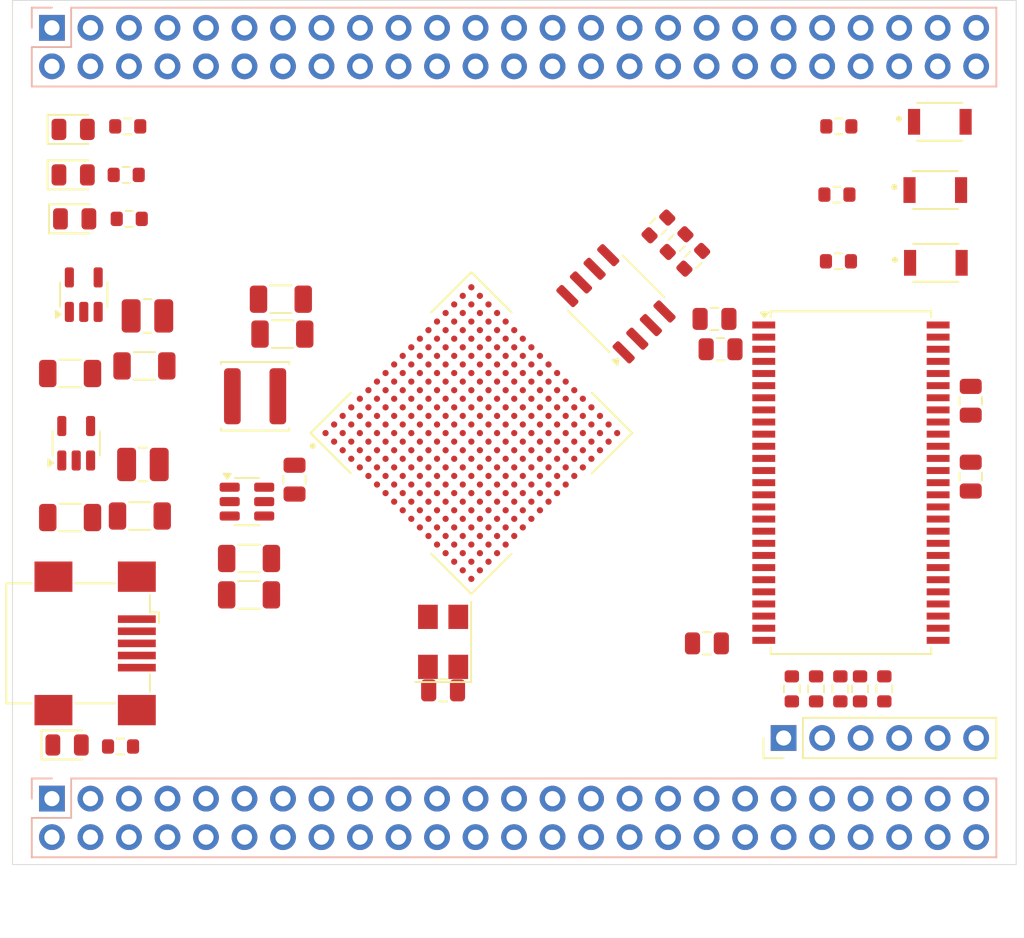
<source format=kicad_pcb>
(kicad_pcb (version 20240108) (generator "pcbnew") (generator_version "8.0")
  (layers (0 "F.Cu" signal) (31 "B.Cu" signal) (34 "B.Paste" user) (35 "F.Paste" user) (36 "B.SilkS" user "B.Silkscreen") (37 "F.SilkS" user "F.Silkscreen") (38 "B.Mask" user) (39 "F.Mask" user) (44 "Edge.Cuts" user))
  (net 0 "")
  (footprint "Connector_USB:USB_Mini-B_Wuerth_65100516121_Horizontal" (layer "F.Cu") (at 75.6 108.2 -90)
    (property "Reference" "REF**" (hide yes))
    (property "Value" "USB_Mini-B_Wuerth_65100516121_Horizontal" (hide yes))
    (pad "" np_thru_hole circle (at -2.2 0 270) (size 0.9 0.9) (drill 0.9) (layers "*.Cu" "*.Mask"))
    (pad "" np_thru_hole circle (at 2.2 0 270) (size 0.9 0.9) (drill 0.9) (layers "*.Cu" "*.Mask"))
    (pad "1" smd rect (at -1.6 -2.6 270) (size 0.5 2.5) (layers "F.Cu" "F.Paste" "F.Mask"))
    (pad "2" smd rect (at -0.8 -2.6 270) (size 0.5 2.5) (layers "F.Cu" "F.Paste" "F.Mask"))
    (pad "3" smd rect (at 0 -2.6 270) (size 0.5 2.5) (layers "F.Cu" "F.Paste" "F.Mask"))
    (pad "4" smd rect (at 0.8 -2.6 270) (size 0.5 2.5) (layers "F.Cu" "F.Paste" "F.Mask"))
    (pad "5" smd rect (at 1.6 -2.6 270) (size 0.5 2.5) (layers "F.Cu" "F.Paste" "F.Mask"))
    (pad "6" smd rect (at -4.4 -2.6 270) (size 2 2.5) (layers "F.Cu" "F.Paste" "F.Mask"))
    (pad "6" smd rect (at -4.4 2.9 270) (size 2 2.5) (layers "F.Cu" "F.Paste" "F.Mask"))
    (pad "6" smd rect (at 4.4 -2.6 270) (size 2 2.5) (layers "F.Cu" "F.Paste" "F.Mask"))
    (pad "6" smd rect (at 4.4 2.9 270) (size 2 2.5) (layers "F.Cu" "F.Paste" "F.Mask"))
  )
  (footprint "Resistor_SMD:R_0603_1608Metric" (layer "F.Cu") (at 127.5 111.2 90)
    (property "Reference" "REF**" (hide yes))
    (property "Value" "R_0603_1608Metric" (hide yes))
    (pad "1" smd roundrect (at -0.825 0 90) (size 0.8 0.95) (layers "F.Cu" "F.Paste" "F.Mask"))
    (pad "2" smd roundrect (at 0.825 0 90) (size 0.8 0.95) (layers "F.Cu" "F.Paste" "F.Mask"))
  )
  (footprint "Capacitor_SMD:C_1206_3216Metric" (layer "F.Cu") (at 87.7 85.5)
    (property "Reference" "REF**" (hide yes))
    (property "Value" "C_1206_3216Metric" (hide yes))
    (pad "1" smd roundrect (at -1.475 0) (size 1.15 1.8) (layers "F.Cu" "F.Paste" "F.Mask") (roundrect_rratio 0.217391))
    (pad "2" smd roundrect (at 1.475 0) (size 1.15 1.8) (layers "F.Cu" "F.Paste" "F.Mask") (roundrect_rratio 0.217391))
  )
  (footprint "Resistor_SMD:R_0603_1608Metric" (layer "F.Cu") (at 77.6 74.1 180)
    (property "Reference" "REF**" (hide yes))
    (property "Value" "R_0603_1608Metric" (hide yes))
    (pad "1" smd roundrect (at -0.825 0 180) (size 0.8 0.95) (layers "F.Cu" "F.Paste" "F.Mask"))
    (pad "2" smd roundrect (at 0.825 0 180) (size 0.8 0.95) (layers "F.Cu" "F.Paste" "F.Mask"))
  )
  (footprint "Resistor_SMD:R_0603_1608Metric" (layer "F.Cu") (at 77.125 115)
    (property "Reference" "REF**" (hide yes))
    (property "Value" "R_0603_1608Metric" (hide yes))
    (pad "1" smd roundrect (at -0.825 0) (size 0.8 0.95) (layers "F.Cu" "F.Paste" "F.Mask"))
    (pad "2" smd roundrect (at 0.825 0) (size 0.8 0.95) (layers "F.Cu" "F.Paste" "F.Mask"))
  )
  (footprint "Resistor_SMD:R_0603_1608Metric" (layer "F.Cu") (at 124.475 83)
    (property "Reference" "REF**" (hide yes))
    (property "Value" "R_0603_1608Metric" (hide yes))
    (pad "1" smd roundrect (at -0.825 0) (size 0.8 0.95) (layers "F.Cu" "F.Paste" "F.Mask"))
    (pad "2" smd roundrect (at 0.825 0) (size 0.8 0.95) (layers "F.Cu" "F.Paste" "F.Mask"))
  )
  (footprint "Capacitor_SMD:C_0805_2012Metric" (layer "F.Cu") (at 116.7 88.8)
    (property "Reference" "REF**" (hide yes))
    (property "Value" "C_0805_2012Metric" (hide yes))
    (pad "1" smd roundrect (at -0.95 0) (size 1 1.45) (layers "F.Cu" "F.Paste" "F.Mask"))
    (pad "2" smd roundrect (at 0.95 0) (size 1 1.45) (layers "F.Cu" "F.Paste" "F.Mask"))
  )
  (footprint "Capacitor_SMD:C_0805_2012Metric" (layer "F.Cu") (at 116.3 86.8)
    (property "Reference" "REF**" (hide yes))
    (property "Value" "C_0805_2012Metric" (hide yes))
    (pad "1" smd roundrect (at -0.95 0) (size 1 1.45) (layers "F.Cu" "F.Paste" "F.Mask"))
    (pad "2" smd roundrect (at 0.95 0) (size 1 1.45) (layers "F.Cu" "F.Paste" "F.Mask"))
  )
  (footprint "Resistor_SMD:R_0603_1608Metric" (layer "F.Cu") (at 114.9 82.9 45)
    (property "Reference" "REF**" (hide yes))
    (property "Value" "R_0603_1608Metric" (hide yes))
    (pad "1" smd roundrect (at -0.825 0 45) (size 0.8 0.95) (layers "F.Cu" "F.Paste" "F.Mask"))
    (pad "2" smd roundrect (at 0.825 0 45) (size 0.8 0.95) (layers "F.Cu" "F.Paste" "F.Mask"))
  )
  (footprint "Resistor_SMD:R_0603_1608Metric" (layer "F.Cu") (at 124.6 111.2 90)
    (property "Reference" "REF**" (hide yes))
    (property "Value" "R_0603_1608Metric" (hide yes))
    (pad "1" smd roundrect (at -0.825 0 90) (size 0.8 0.95) (layers "F.Cu" "F.Paste" "F.Mask"))
    (pad "2" smd roundrect (at 0.825 0 90) (size 0.8 0.95) (layers "F.Cu" "F.Paste" "F.Mask"))
  )
  (footprint "LED_SMD:LED_0805_2012Metric" (layer "F.Cu") (at 74.1 80.2)
    (property "Reference" "REF**" (hide yes))
    (property "Value" "LED_0805_2012Metric" (hide yes))
    (pad "1" smd roundrect (at -0.9375 0) (size 0.975 1.4) (layers "F.Cu" "F.Paste" "F.Mask"))
    (pad "2" smd roundrect (at 0.9375 0) (size 0.975 1.4) (layers "F.Cu" "F.Paste" "F.Mask"))
  )
  (footprint "Capacitor_SMD:C_0805_2012Metric" (layer "F.Cu") (at 115.8 108.2)
    (property "Reference" "REF**" (hide yes))
    (property "Value" "C_0805_2012Metric" (hide yes))
    (pad "1" smd roundrect (at -0.95 0) (size 1 1.45) (layers "F.Cu" "F.Paste" "F.Mask"))
    (pad "2" smd roundrect (at 0.95 0) (size 1 1.45) (layers "F.Cu" "F.Paste" "F.Mask"))
  )
  (footprint "fpga:SW_B3U-1000P" (layer "F.Cu") (at 130.9 83.1)
    (property "Reference" "REF**" (hide yes))
    (property "Value" "SW_B3U-1000P" (hide yes))
    (pad "1" smd rect (at -1.7 0) (size 0.8 1.7) (layers "F.Cu" "F.Paste" "F.Mask"))
    (pad "2" smd rect (at 1.7 0) (size 0.8 1.7) (layers "F.Cu" "F.Paste" "F.Mask"))
  )
  (footprint "Inductor_SMD:L_1008_2520Metric" (layer "F.Cu") (at 78.6 96.4)
    (property "Reference" "REF**" (hide yes))
    (property "Value" "L_1008_2520Metric" (hide yes))
    (pad "1" smd roundrect (at -1.075 0) (size 1.25 2.2) (layers "F.Cu" "F.Paste" "F.Mask") (roundrect_rratio 0.2))
    (pad "2" smd roundrect (at 1.075 0) (size 1.25 2.2) (layers "F.Cu" "F.Paste" "F.Mask") (roundrect_rratio 0.2))
  )
  (footprint "Resistor_SMD:R_0603_1608Metric" (layer "F.Cu") (at 77.5 77.3 180)
    (property "Reference" "REF**" (hide yes))
    (property "Value" "R_0603_1608Metric" (hide yes))
    (pad "1" smd roundrect (at -0.825 0 180) (size 0.8 0.95) (layers "F.Cu" "F.Paste" "F.Mask"))
    (pad "2" smd roundrect (at 0.825 0 180) (size 0.8 0.95) (layers "F.Cu" "F.Paste" "F.Mask"))
  )
  (footprint "Resistor_SMD:R_0603_1608Metric" (layer "F.Cu") (at 124.5 74.1)
    (property "Reference" "REF**" (hide yes))
    (property "Value" "R_0603_1608Metric" (hide yes))
    (pad "1" smd roundrect (at -0.825 0) (size 0.8 0.95) (layers "F.Cu" "F.Paste" "F.Mask"))
    (pad "2" smd roundrect (at 0.825 0) (size 0.8 0.95) (layers "F.Cu" "F.Paste" "F.Mask"))
  )
  (footprint "Capacitor_SMD:C_1206_3216Metric" (layer "F.Cu") (at 78.4 99.8)
    (property "Reference" "REF**" (hide yes))
    (property "Value" "C_1206_3216Metric" (hide yes))
    (pad "1" smd roundrect (at -1.475 0) (size 1.15 1.8) (layers "F.Cu" "F.Paste" "F.Mask") (roundrect_rratio 0.217391))
    (pad "2" smd roundrect (at 1.475 0) (size 1.15 1.8) (layers "F.Cu" "F.Paste" "F.Mask") (roundrect_rratio 0.217391))
  )
  (footprint "Inductor_SMD:L_1008_2520Metric" (layer "F.Cu") (at 78.9 86.6)
    (property "Reference" "REF**" (hide yes))
    (property "Value" "L_1008_2520Metric" (hide yes))
    (pad "1" smd roundrect (at -1.075 0) (size 1.25 2.2) (layers "F.Cu" "F.Paste" "F.Mask") (roundrect_rratio 0.2))
    (pad "2" smd roundrect (at 1.075 0) (size 1.25 2.2) (layers "F.Cu" "F.Paste" "F.Mask") (roundrect_rratio 0.2))
  )
  (footprint "Capacitor_SMD:C_1206_3216Metric" (layer "F.Cu") (at 73.8 90.4)
    (property "Reference" "REF**" (hide yes))
    (property "Value" "C_1206_3216Metric" (hide yes))
    (pad "1" smd roundrect (at -1.475 0) (size 1.15 1.8) (layers "F.Cu" "F.Paste" "F.Mask") (roundrect_rratio 0.217391))
    (pad "2" smd roundrect (at 1.475 0) (size 1.15 1.8) (layers "F.Cu" "F.Paste" "F.Mask") (roundrect_rratio 0.217391))
  )
  (footprint "Capacitor_SMD:C_1206_3216Metric" (layer "F.Cu") (at 78.7 89.9)
    (property "Reference" "REF**" (hide yes))
    (property "Value" "C_1206_3216Metric" (hide yes))
    (pad "1" smd roundrect (at -1.475 0) (size 1.15 1.8) (layers "F.Cu" "F.Paste" "F.Mask") (roundrect_rratio 0.217391))
    (pad "2" smd roundrect (at 1.475 0) (size 1.15 1.8) (layers "F.Cu" "F.Paste" "F.Mask") (roundrect_rratio 0.217391))
  )
  (footprint "LED_SMD:LED_0805_2012Metric" (layer "F.Cu") (at 73.6 114.9)
    (property "Reference" "REF**" (hide yes))
    (property "Value" "LED_0805_2012Metric" (hide yes))
    (pad "1" smd roundrect (at -0.9375 0) (size 0.975 1.4) (layers "F.Cu" "F.Paste" "F.Mask"))
    (pad "2" smd roundrect (at 0.9375 0) (size 0.975 1.4) (layers "F.Cu" "F.Paste" "F.Mask"))
  )
  (footprint "Resistor_SMD:R_0603_1608Metric" (layer "F.Cu") (at 112.6 80.7 45)
    (property "Reference" "REF**" (hide yes))
    (property "Value" "R_0603_1608Metric" (hide yes))
    (pad "1" smd roundrect (at -0.825 0 45) (size 0.8 0.95) (layers "F.Cu" "F.Paste" "F.Mask"))
    (pad "2" smd roundrect (at 0.825 0 45) (size 0.8 0.95) (layers "F.Cu" "F.Paste" "F.Mask"))
  )
  (footprint "Resistor_SMD:R_0603_1608Metric" (layer "F.Cu") (at 77.7 80.2 180)
    (property "Reference" "REF**" (hide yes))
    (property "Value" "R_0603_1608Metric" (hide yes))
    (pad "1" smd roundrect (at -0.825 0 180) (size 0.8 0.95) (layers "F.Cu" "F.Paste" "F.Mask"))
    (pad "2" smd roundrect (at 0.825 0 180) (size 0.8 0.95) (layers "F.Cu" "F.Paste" "F.Mask"))
  )
  (footprint "Package_TO_SOT_SMD:TSOT-23-5" (layer "F.Cu") (at 74.7 85.2 90)
    (property "Reference" "REF**" (hide yes))
    (property "Value" "TSOT-23-5" (hide yes))
    (pad "1" smd roundrect (at -1.1375 -0.95 90) (size 1.325 0.6) (layers "F.Cu" "F.Paste" "F.Mask"))
    (pad "2" smd roundrect (at -1.1375 0 90) (size 1.325 0.6) (layers "F.Cu" "F.Paste" "F.Mask"))
    (pad "3" smd roundrect (at -1.1375 0.95 90) (size 1.325 0.6) (layers "F.Cu" "F.Paste" "F.Mask"))
    (pad "4" smd roundrect (at 1.1375 0.95 90) (size 1.325 0.6) (layers "F.Cu" "F.Paste" "F.Mask"))
    (pad "5" smd roundrect (at 1.1375 -0.95 90) (size 1.325 0.6) (layers "F.Cu" "F.Paste" "F.Mask"))
  )
  (footprint "fpga:SW_B3U-1000P" (layer "F.Cu") (at 131.1625 73.8)
    (property "Reference" "REF**" (hide yes))
    (property "Value" "SW_B3U-1000P" (hide yes))
    (pad "1" smd rect (at -1.7 0) (size 0.8 1.7) (layers "F.Cu" "F.Paste" "F.Mask"))
    (pad "2" smd rect (at 1.7 0) (size 0.8 1.7) (layers "F.Cu" "F.Paste" "F.Mask"))
  )
  (footprint "Inductor_SMD:L_APV_ANR4026" (layer "F.Cu") (at 86 91.9)
    (property "Reference" "REF**" (hide yes))
    (property "Value" "L_APV_ANR4026" (hide yes))
    (pad "1" smd roundrect (at -1.5 0) (size 1.1 3.7) (layers "F.Cu" "F.Paste" "F.Mask") (roundrect_rratio 0.227273))
    (pad "2" smd roundrect (at 1.5 0) (size 1.1 3.7) (layers "F.Cu" "F.Paste" "F.Mask") (roundrect_rratio 0.227273))
  )
  (footprint "Package_SO:TSOP-II-54_22.2x10.16mm_P0.8mm" (layer "F.Cu") (at 125.3 97.6)
    (property "Reference" "REF**" (hide yes))
    (property "Value" "TSOP-II-54_22.2x10.16mm_P0.8mm" (hide yes))
    (pad "1" smd rect (at -5.75 -10.4) (size 1.51 0.458) (layers "F.Cu" "F.Paste" "F.Mask"))
    (pad "2" smd rect (at -5.75 -9.6) (size 1.51 0.458) (layers "F.Cu" "F.Paste" "F.Mask"))
    (pad "3" smd rect (at -5.75 -8.8) (size 1.51 0.458) (layers "F.Cu" "F.Paste" "F.Mask"))
    (pad "4" smd rect (at -5.75 -8) (size 1.51 0.458) (layers "F.Cu" "F.Paste" "F.Mask"))
    (pad "5" smd rect (at -5.75 -7.2) (size 1.51 0.458) (layers "F.Cu" "F.Paste" "F.Mask"))
    (pad "6" smd rect (at -5.75 -6.4) (size 1.51 0.458) (layers "F.Cu" "F.Paste" "F.Mask"))
    (pad "7" smd rect (at -5.75 -5.6) (size 1.51 0.458) (layers "F.Cu" "F.Paste" "F.Mask"))
    (pad "8" smd rect (at -5.75 -4.8) (size 1.51 0.458) (layers "F.Cu" "F.Paste" "F.Mask"))
    (pad "9" smd rect (at -5.75 -4) (size 1.51 0.458) (layers "F.Cu" "F.Paste" "F.Mask"))
    (pad "10" smd rect (at -5.75 -3.2) (size 1.51 0.458) (layers "F.Cu" "F.Paste" "F.Mask"))
    (pad "11" smd rect (at -5.75 -2.4) (size 1.51 0.458) (layers "F.Cu" "F.Paste" "F.Mask"))
    (pad "12" smd rect (at -5.75 -1.6) (size 1.51 0.458) (layers "F.Cu" "F.Paste" "F.Mask"))
    (pad "13" smd rect (at -5.75 -0.8) (size 1.51 0.458) (layers "F.Cu" "F.Paste" "F.Mask"))
    (pad "14" smd rect (at -5.75 0) (size 1.51 0.458) (layers "F.Cu" "F.Paste" "F.Mask"))
    (pad "15" smd rect (at -5.75 0.8) (size 1.51 0.458) (layers "F.Cu" "F.Paste" "F.Mask"))
    (pad "16" smd rect (at -5.75 1.6) (size 1.51 0.458) (layers "F.Cu" "F.Paste" "F.Mask"))
    (pad "17" smd rect (at -5.75 2.4) (size 1.51 0.458) (layers "F.Cu" "F.Paste" "F.Mask"))
    (pad "18" smd rect (at -5.75 3.2) (size 1.51 0.458) (layers "F.Cu" "F.Paste" "F.Mask"))
    (pad "19" smd rect (at -5.75 4) (size 1.51 0.458) (layers "F.Cu" "F.Paste" "F.Mask"))
    (pad "20" smd rect (at -5.75 4.8) (size 1.51 0.458) (layers "F.Cu" "F.Paste" "F.Mask"))
    (pad "21" smd rect (at -5.75 5.6) (size 1.51 0.458) (layers "F.Cu" "F.Paste" "F.Mask"))
    (pad "22" smd rect (at -5.75 6.4) (size 1.51 0.458) (layers "F.Cu" "F.Paste" "F.Mask"))
    (pad "23" smd rect (at -5.75 7.2) (size 1.51 0.458) (layers "F.Cu" "F.Paste" "F.Mask"))
    (pad "24" smd rect (at -5.75 8) (size 1.51 0.458) (layers "F.Cu" "F.Paste" "F.Mask"))
    (pad "25" smd rect (at -5.75 8.8) (size 1.51 0.458) (layers "F.Cu" "F.Paste" "F.Mask"))
    (pad "26" smd rect (at -5.75 9.6) (size 1.51 0.458) (layers "F.Cu" "F.Paste" "F.Mask"))
    (pad "27" smd rect (at -5.75 10.4) (size 1.51 0.458) (layers "F.Cu" "F.Paste" "F.Mask"))
    (pad "28" smd rect (at 5.75 10.4) (size 1.51 0.458) (layers "F.Cu" "F.Paste" "F.Mask"))
    (pad "29" smd rect (at 5.75 9.6) (size 1.51 0.458) (layers "F.Cu" "F.Paste" "F.Mask"))
    (pad "30" smd rect (at 5.75 8.8) (size 1.51 0.458) (layers "F.Cu" "F.Paste" "F.Mask"))
    (pad "31" smd rect (at 5.75 8) (size 1.51 0.458) (layers "F.Cu" "F.Paste" "F.Mask"))
    (pad "32" smd rect (at 5.75 7.2) (size 1.51 0.458) (layers "F.Cu" "F.Paste" "F.Mask"))
    (pad "33" smd rect (at 5.75 6.4) (size 1.51 0.458) (layers "F.Cu" "F.Paste" "F.Mask"))
    (pad "34" smd rect (at 5.75 5.6) (size 1.51 0.458) (layers "F.Cu" "F.Paste" "F.Mask"))
    (pad "35" smd rect (at 5.75 4.8) (size 1.51 0.458) (layers "F.Cu" "F.Paste" "F.Mask"))
    (pad "36" smd rect (at 5.75 4) (size 1.51 0.458) (layers "F.Cu" "F.Paste" "F.Mask"))
    (pad "37" smd rect (at 5.75 3.2) (size 1.51 0.458) (layers "F.Cu" "F.Paste" "F.Mask"))
    (pad "38" smd rect (at 5.75 2.4) (size 1.51 0.458) (layers "F.Cu" "F.Paste" "F.Mask"))
    (pad "39" smd rect (at 5.75 1.6) (size 1.51 0.458) (layers "F.Cu" "F.Paste" "F.Mask"))
    (pad "40" smd rect (at 5.75 0.8) (size 1.51 0.458) (layers "F.Cu" "F.Paste" "F.Mask"))
    (pad "41" smd rect (at 5.75 0) (size 1.51 0.458) (layers "F.Cu" "F.Paste" "F.Mask"))
    (pad "42" smd rect (at 5.75 -0.8) (size 1.51 0.458) (layers "F.Cu" "F.Paste" "F.Mask"))
    (pad "43" smd rect (at 5.75 -1.6) (size 1.51 0.458) (layers "F.Cu" "F.Paste" "F.Mask"))
    (pad "44" smd rect (at 5.75 -2.4) (size 1.51 0.458) (layers "F.Cu" "F.Paste" "F.Mask"))
    (pad "45" smd rect (at 5.75 -3.2) (size 1.51 0.458) (layers "F.Cu" "F.Paste" "F.Mask"))
    (pad "46" smd rect (at 5.75 -4) (size 1.51 0.458) (layers "F.Cu" "F.Paste" "F.Mask"))
    (pad "47" smd rect (at 5.75 -4.8) (size 1.51 0.458) (layers "F.Cu" "F.Paste" "F.Mask"))
    (pad "48" smd rect (at 5.75 -5.6) (size 1.51 0.458) (layers "F.Cu" "F.Paste" "F.Mask"))
    (pad "49" smd rect (at 5.75 -6.4) (size 1.51 0.458) (layers "F.Cu" "F.Paste" "F.Mask"))
    (pad "50" smd rect (at 5.75 -7.2) (size 1.51 0.458) (layers "F.Cu" "F.Paste" "F.Mask"))
    (pad "51" smd rect (at 5.75 -8) (size 1.51 0.458) (layers "F.Cu" "F.Paste" "F.Mask"))
    (pad "52" smd rect (at 5.75 -8.8) (size 1.51 0.458) (layers "F.Cu" "F.Paste" "F.Mask"))
    (pad "53" smd rect (at 5.75 -9.6) (size 1.51 0.458) (layers "F.Cu" "F.Paste" "F.Mask"))
    (pad "54" smd rect (at 5.75 -10.4) (size 1.51 0.458) (layers "F.Cu" "F.Paste" "F.Mask"))
  )
  (footprint "Package_SO:SOP-8_3.9x4.9mm_P1.27mm" (layer "F.Cu") (at 109.8 85.8 135)
    (property "Reference" "REF**" (hide yes))
    (property "Value" "SOP-8_3.9x4.9mm_P1.27mm" (hide yes))
    (pad "1" smd roundrect (at -2.625 -1.905 135) (size 1.65 0.6) (layers "F.Cu" "F.Paste" "F.Mask"))
    (pad "2" smd roundrect (at -2.625 -0.635 135) (size 1.65 0.6) (layers "F.Cu" "F.Paste" "F.Mask"))
    (pad "3" smd roundrect (at -2.625 0.635 135) (size 1.65 0.6) (layers "F.Cu" "F.Paste" "F.Mask"))
    (pad "4" smd roundrect (at -2.625 1.905 135) (size 1.65 0.6) (layers "F.Cu" "F.Paste" "F.Mask"))
    (pad "5" smd roundrect (at 2.625 1.905 135) (size 1.65 0.6) (layers "F.Cu" "F.Paste" "F.Mask"))
    (pad "6" smd roundrect (at 2.625 0.635 135) (size 1.65 0.6) (layers "F.Cu" "F.Paste" "F.Mask"))
    (pad "7" smd roundrect (at 2.625 -0.635 135) (size 1.65 0.6) (layers "F.Cu" "F.Paste" "F.Mask"))
    (pad "8" smd roundrect (at 2.625 -1.905 135) (size 1.65 0.6) (layers "F.Cu" "F.Paste" "F.Mask"))
  )
  (footprint "Capacitor_SMD:C_0805_2012Metric" (layer "F.Cu") (at 88.6 97.4 90)
    (property "Reference" "REF**" (hide yes))
    (property "Value" "C_0805_2012Metric" (hide yes))
    (pad "1" smd roundrect (at -0.95 0 90) (size 1 1.45) (layers "F.Cu" "F.Paste" "F.Mask"))
    (pad "2" smd roundrect (at 0.95 0 90) (size 1 1.45) (layers "F.Cu" "F.Paste" "F.Mask"))
  )
  (footprint "Capacitor_SMD:C_0805_2012Metric" (layer "F.Cu") (at 133.2 92.2 90)
    (property "Reference" "REF**" (hide yes))
    (property "Value" "C_0805_2012Metric" (hide yes))
    (pad "1" smd roundrect (at -0.95 0 90) (size 1 1.45) (layers "F.Cu" "F.Paste" "F.Mask"))
    (pad "2" smd roundrect (at 0.95 0 90) (size 1 1.45) (layers "F.Cu" "F.Paste" "F.Mask"))
  )
  (footprint "fpga:BGA324C80P18X18_1500X1500X150" (layer "F.Cu") (at 100.262742 94.328427 45)
    (property "Reference" "REF**" (hide yes))
    (property "Value" "BGA324C80P18X18_1500X1500X150" (hide yes))
    (pad "A1" smd circle (at -6.8 -6.8 45) (size 0.41 0.41) (layers "F.Cu" "F.Paste" "F.Mask"))
    (pad "A2" smd circle (at -6 -6.8 45) (size 0.41 0.41) (layers "F.Cu" "F.Paste" "F.Mask"))
    (pad "A3" smd circle (at -5.2 -6.8 45) (size 0.41 0.41) (layers "F.Cu" "F.Paste" "F.Mask"))
    (pad "A4" smd circle (at -4.4 -6.8 45) (size 0.41 0.41) (layers "F.Cu" "F.Paste" "F.Mask"))
    (pad "A5" smd circle (at -3.6 -6.800001 45) (size 0.41 0.41) (layers "F.Cu" "F.Paste" "F.Mask"))
    (pad "A6" smd circle (at -2.8 -6.8 45) (size 0.41 0.41) (layers "F.Cu" "F.Paste" "F.Mask"))
    (pad "A7" smd circle (at -2 -6.800001 45) (size 0.41 0.41) (layers "F.Cu" "F.Paste" "F.Mask"))
    (pad "A8" smd circle (at -1.2 -6.8 45) (size 0.41 0.41) (layers "F.Cu" "F.Paste" "F.Mask"))
    (pad "A9" smd circle (at -0.4 -6.8 45) (size 0.41 0.41) (layers "F.Cu" "F.Paste" "F.Mask"))
    (pad "A10" smd circle (at 0.4 -6.8 45) (size 0.41 0.41) (layers "F.Cu" "F.Paste" "F.Mask"))
    (pad "A11" smd circle (at 1.2 -6.8 45) (size 0.41 0.41) (layers "F.Cu" "F.Paste" "F.Mask"))
    (pad "A12" smd circle (at 2 -6.800001 45) (size 0.41 0.41) (layers "F.Cu" "F.Paste" "F.Mask"))
    (pad "A13" smd circle (at 2.8 -6.8 45) (size 0.41 0.41) (layers "F.Cu" "F.Paste" "F.Mask"))
    (pad "A14" smd circle (at 3.6 -6.800001 45) (size 0.41 0.41) (layers "F.Cu" "F.Paste" "F.Mask"))
    (pad "A15" smd circle (at 4.4 -6.8 45) (size 0.41 0.41) (layers "F.Cu" "F.Paste" "F.Mask"))
    (pad "A16" smd circle (at 5.2 -6.8 45) (size 0.41 0.41) (layers "F.Cu" "F.Paste" "F.Mask"))
    (pad "A17" smd circle (at 6 -6.8 45) (size 0.41 0.41) (layers "F.Cu" "F.Paste" "F.Mask"))
    (pad "A18" smd circle (at 6.8 -6.8 45) (size 0.41 0.41) (layers "F.Cu" "F.Paste" "F.Mask"))
    (pad "B1" smd circle (at -6.8 -6 45) (size 0.41 0.41) (layers "F.Cu" "F.Paste" "F.Mask"))
    (pad "B2" smd circle (at -6 -6 45) (size 0.41 0.41) (layers "F.Cu" "F.Paste" "F.Mask"))
    (pad "B3" smd circle (at -5.2 -6 45) (size 0.41 0.41) (layers "F.Cu" "F.Paste" "F.Mask"))
    (pad "B4" smd circle (at -4.4 -6 45) (size 0.41 0.41) (layers "F.Cu" "F.Paste" "F.Mask"))
    (pad "B5" smd circle (at -3.6 -6 45) (size 0.41 0.41) (layers "F.Cu" "F.Paste" "F.Mask"))
    (pad "B6" smd circle (at -2.8 -6 45) (size 0.41 0.41) (layers "F.Cu" "F.Paste" "F.Mask"))
    (pad "B7" smd circle (at -2 -6 45) (size 0.41 0.41) (layers "F.Cu" "F.Paste" "F.Mask"))
    (pad "B8" smd circle (at -1.2 -6 45) (size 0.41 0.41) (layers "F.Cu" "F.Paste" "F.Mask"))
    (pad "B9" smd circle (at -0.4 -6 45) (size 0.41 0.41) (layers "F.Cu" "F.Paste" "F.Mask"))
    (pad "B10" smd circle (at 0.4 -6 45) (size 0.41 0.41) (layers "F.Cu" "F.Paste" "F.Mask"))
    (pad "B11" smd circle (at 1.2 -6 45) (size 0.41 0.41) (layers "F.Cu" "F.Paste" "F.Mask"))
    (pad "B12" smd circle (at 2 -6 45) (size 0.41 0.41) (layers "F.Cu" "F.Paste" "F.Mask"))
    (pad "B13" smd circle (at 2.8 -6 45) (size 0.41 0.41) (layers "F.Cu" "F.Paste" "F.Mask"))
    (pad "B14" smd circle (at 3.6 -6 45) (size 0.41 0.41) (layers "F.Cu" "F.Paste" "F.Mask"))
    (pad "B15" smd circle (at 4.4 -6 45) (size 0.41 0.41) (layers "F.Cu" "F.Paste" "F.Mask"))
    (pad "B16" smd circle (at 5.2 -6 45) (size 0.41 0.41) (layers "F.Cu" "F.Paste" "F.Mask"))
    (pad "B17" smd circle (at 6 -6 45) (size 0.41 0.41) (layers "F.Cu" "F.Paste" "F.Mask"))
    (pad "B18" smd circle (at 6.8 -6 45) (size 0.41 0.41) (layers "F.Cu" "F.Paste" "F.Mask"))
    (pad "C1" smd circle (at -6.8 -5.2 45) (size 0.41 0.41) (layers "F.Cu" "F.Paste" "F.Mask"))
    (pad "C2" smd circle (at -6 -5.2 45) (size 0.41 0.41) (layers "F.Cu" "F.Paste" "F.Mask"))
    (pad "C3" smd circle (at -5.2 -5.2 45) (size 0.41 0.41) (layers "F.Cu" "F.Paste" "F.Mask"))
    (pad "C4" smd circle (at -4.4 -5.2 45) (size 0.41 0.41) (layers "F.Cu" "F.Paste" "F.Mask"))
    (pad "C5" smd circle (at -3.6 -5.2 45) (size 0.41 0.41) (layers "F.Cu" "F.Paste" "F.Mask"))
    (pad "C6" smd circle (at -2.8 -5.2 45) (size 0.41 0.41) (layers "F.Cu" "F.Paste" "F.Mask"))
    (pad "C7" smd circle (at -2 -5.2 45) (size 0.41 0.41) (layers "F.Cu" "F.Paste" "F.Mask"))
    (pad "C8" smd circle (at -1.2 -5.2 45) (size 0.41 0.41) (layers "F.Cu" "F.Paste" "F.Mask"))
    (pad "C9" smd circle (at -0.4 -5.2 45) (size 0.41 0.41) (layers "F.Cu" "F.Paste" "F.Mask"))
    (pad "C10" smd circle (at 0.4 -5.2 45) (size 0.41 0.41) (layers "F.Cu" "F.Paste" "F.Mask"))
    (pad "C11" smd circle (at 1.2 -5.2 45) (size 0.41 0.41) (layers "F.Cu" "F.Paste" "F.Mask"))
    (pad "C12" smd circle (at 2 -5.2 45) (size 0.41 0.41) (layers "F.Cu" "F.Paste" "F.Mask"))
    (pad "C13" smd circle (at 2.8 -5.2 45) (size 0.41 0.41) (layers "F.Cu" "F.Paste" "F.Mask"))
    (pad "C14" smd circle (at 3.6 -5.2 45) (size 0.41 0.41) (layers "F.Cu" "F.Paste" "F.Mask"))
    (pad "C15" smd circle (at 4.4 -5.2 45) (size 0.41 0.41) (layers "F.Cu" "F.Paste" "F.Mask"))
    (pad "C16" smd circle (at 5.2 -5.2 45) (size 0.41 0.41) (layers "F.Cu" "F.Paste" "F.Mask"))
    (pad "C17" smd circle (at 6 -5.2 45) (size 0.41 0.41) (layers "F.Cu" "F.Paste" "F.Mask"))
    (pad "C18" smd circle (at 6.8 -5.2 45) (size 0.41 0.41) (layers "F.Cu" "F.Paste" "F.Mask"))
    (pad "D1" smd circle (at -6.8 -4.4 45) (size 0.41 0.41) (layers "F.Cu" "F.Paste" "F.Mask"))
    (pad "D2" smd circle (at -6 -4.4 45) (size 0.41 0.41) (layers "F.Cu" "F.Paste" "F.Mask"))
    (pad "D3" smd circle (at -5.2 -4.4 45) (size 0.41 0.41) (layers "F.Cu" "F.Paste" "F.Mask"))
    (pad "D4" smd circle (at -4.4 -4.4 45) (size 0.41 0.41) (layers "F.Cu" "F.Paste" "F.Mask"))
    (pad "D5" smd circle (at -3.6 -4.4 45) (size 0.41 0.41) (layers "F.Cu" "F.Paste" "F.Mask"))
    (pad "D6" smd circle (at -2.8 -4.4 45) (size 0.41 0.41) (layers "F.Cu" "F.Paste" "F.Mask"))
    (pad "D7" smd circle (at -2 -4.4 45) (size 0.41 0.41) (layers "F.Cu" "F.Paste" "F.Mask"))
    (pad "D8" smd circle (at -1.2 -4.4 45) (size 0.41 0.41) (layers "F.Cu" "F.Paste" "F.Mask"))
    (pad "D9" smd circle (at -0.4 -4.4 45) (size 0.41 0.41) (layers "F.Cu" "F.Paste" "F.Mask"))
    (pad "D10" smd circle (at 0.4 -4.4 45) (size 0.41 0.41) (layers "F.Cu" "F.Paste" "F.Mask"))
    (pad "D11" smd circle (at 1.2 -4.4 45) (size 0.41 0.41) (layers "F.Cu" "F.Paste" "F.Mask"))
    (pad "D12" smd circle (at 2 -4.4 45) (size 0.41 0.41) (layers "F.Cu" "F.Paste" "F.Mask"))
    (pad "D13" smd circle (at 2.8 -4.4 45) (size 0.41 0.41) (layers "F.Cu" "F.Paste" "F.Mask"))
    (pad "D14" smd circle (at 3.6 -4.4 45) (size 0.41 0.41) (layers "F.Cu" "F.Paste" "F.Mask"))
    (pad "D15" smd circle (at 4.4 -4.4 45) (size 0.41 0.41) (layers "F.Cu" "F.Paste" "F.Mask"))
    (pad "D16" smd circle (at 5.2 -4.4 45) (size 0.41 0.41) (layers "F.Cu" "F.Paste" "F.Mask"))
    (pad "D17" smd circle (at 6 -4.4 45) (size 0.41 0.41) (layers "F.Cu" "F.Paste" "F.Mask"))
    (pad "D18" smd circle (at 6.8 -4.4 45) (size 0.41 0.41) (layers "F.Cu" "F.Paste" "F.Mask"))
    (pad "E1" smd circle (at -6.800001 -3.6 45) (size 0.41 0.41) (layers "F.Cu" "F.Paste" "F.Mask"))
    (pad "E2" smd circle (at -6 -3.6 45) (size 0.41 0.41) (layers "F.Cu" "F.Paste" "F.Mask"))
    (pad "E3" smd circle (at -5.2 -3.6 45) (size 0.41 0.41) (layers "F.Cu" "F.Paste" "F.Mask"))
    (pad "E4" smd circle (at -4.4 -3.6 45) (size 0.41 0.41) (layers "F.Cu" "F.Paste" "F.Mask"))
    (pad "E5" smd circle (at -3.6 -3.6 45) (size 0.41 0.41) (layers "F.Cu" "F.Paste" "F.Mask"))
    (pad "E6" smd circle (at -2.8 -3.599999 45) (size 0.41 0.41) (layers "F.Cu" "F.Paste" "F.Mask"))
    (pad "E7" smd circle (at -2 -3.6 45) (size 0.41 0.41) (layers "F.Cu" "F.Paste" "F.Mask"))
    (pad "E8" smd circle (at -1.200001 -3.6 45) (size 0.41 0.41) (layers "F.Cu" "F.Paste" "F.Mask"))
    (pad "E9" smd circle (at -0.4 -3.6 45) (size 0.41 0.41) (layers "F.Cu" "F.Paste" "F.Mask"))
    (pad "E10" smd circle (at 0.4 -3.6 45) (size 0.41 0.41) (layers "F.Cu" "F.Paste" "F.Mask"))
    (pad "E11" smd circle (at 1.200001 -3.6 45) (size 0.41 0.41) (layers "F.Cu" "F.Paste" "F.Mask"))
    (pad "E12" smd circle (at 2 -3.6 45) (size 0.41 0.41) (layers "F.Cu" "F.Paste" "F.Mask"))
    (pad "E13" smd circle (at 2.8 -3.599999 45) (size 0.41 0.41) (layers "F.Cu" "F.Paste" "F.Mask"))
    (pad "E14" smd circle (at 3.6 -3.6 45) (size 0.41 0.41) (layers "F.Cu" "F.Paste" "F.Mask"))
    (pad "E15" smd circle (at 4.4 -3.6 45) (size 0.41 0.41) (layers "F.Cu" "F.Paste" "F.Mask"))
    (pad "E16" smd circle (at 5.2 -3.6 45) (size 0.41 0.41) (layers "F.Cu" "F.Paste" "F.Mask"))
    (pad "E17" smd circle (at 6 -3.6 45) (size 0.41 0.41) (layers "F.Cu" "F.Paste" "F.Mask"))
    (pad "E18" smd circle (at 6.800001 -3.6 45) (size 0.41 0.41) (layers "F.Cu" "F.Paste" "F.Mask"))
    (pad "F1" smd circle (at -6.8 -2.8 45) (size 0.41 0.41) (layers "F.Cu" "F.Paste" "F.Mask"))
    (pad "F2" smd circle (at -6 -2.8 45) (size 0.41 0.41) (layers "F.Cu" "F.Paste" "F.Mask"))
    (pad "F3" smd circle (at -5.2 -2.8 45) (size 0.41 0.41) (layers "F.Cu" "F.Paste" "F.Mask"))
    (pad "F4" smd circle (at -4.4 -2.8 45) (size 0.41 0.41) (layers "F.Cu" "F.Paste" "F.Mask"))
    (pad "F5" smd circle (at -3.599999 -2.8 45) (size 0.41 0.41) (layers "F.Cu" "F.Paste" "F.Mask"))
    (pad "F6" smd circle (at -2.8 -2.8 45) (size 0.41 0.41) (layers "F.Cu" "F.Paste" "F.Mask"))
    (pad "F7" smd circle (at -2.000001 -2.8 45) (size 0.41 0.41) (layers "F.Cu" "F.Paste" "F.Mask"))
    (pad "F8" smd circle (at -1.2 -2.8 45) (size 0.41 0.41) (layers "F.Cu" "F.Paste" "F.Mask"))
    (pad "F9" smd circle (at -0.4 -2.8 45) (size 0.41 0.41) (layers "F.Cu" "F.Paste" "F.Mask"))
    (pad "F10" smd circle (at 0.4 -2.8 45) (size 0.41 0.41) (layers "F.Cu" "F.Paste" "F.Mask"))
    (pad "F11" smd circle (at 1.2 -2.8 45) (size 0.41 0.41) (layers "F.Cu" "F.Paste" "F.Mask"))
    (pad "F12" smd circle (at 2.000001 -2.8 45) (size 0.41 0.41) (layers "F.Cu" "F.Paste" "F.Mask"))
    (pad "F13" smd circle (at 2.8 -2.8 45) (size 0.41 0.41) (layers "F.Cu" "F.Paste" "F.Mask"))
    (pad "F14" smd circle (at 3.599999 -2.8 45) (size 0.41 0.41) (layers "F.Cu" "F.Paste" "F.Mask"))
    (pad "F15" smd circle (at 4.4 -2.8 45) (size 0.41 0.41) (layers "F.Cu" "F.Paste" "F.Mask"))
    (pad "F16" smd circle (at 5.2 -2.8 45) (size 0.41 0.41) (layers "F.Cu" "F.Paste" "F.Mask"))
    (pad "F17" smd circle (at 6 -2.8 45) (size 0.41 0.41) (layers "F.Cu" "F.Paste" "F.Mask"))
    (pad "F18" smd circle (at 6.8 -2.8 45) (size 0.41 0.41) (layers "F.Cu" "F.Paste" "F.Mask"))
    (pad "G1" smd circle (at -6.800001 -2 45) (size 0.41 0.41) (layers "F.Cu" "F.Paste" "F.Mask"))
    (pad "G2" smd circle (at -6 -2 45) (size 0.41 0.41) (layers "F.Cu" "F.Paste" "F.Mask"))
    (pad "G3" smd circle (at -5.2 -2 45) (size 0.41 0.41) (layers "F.Cu" "F.Paste" "F.Mask"))
    (pad "G4" smd circle (at -4.4 -2 45) (size 0.41 0.41) (layers "F.Cu" "F.Paste" "F.Mask"))
    (pad "G5" smd circle (at -3.6 -2 45) (size 0.41 0.41) (layers "F.Cu" "F.Paste" "F.Mask"))
    (pad "G6" smd circle (at -2.8 -2.000001 45) (size 0.41 0.41) (layers "F.Cu" "F.Paste" "F.Mask"))
    (pad "G7" smd circle (at -2 -2 45) (size 0.41 0.41) (layers "F.Cu" "F.Paste" "F.Mask"))
    (pad "G8" smd circle (at -1.200001 -2 45) (size 0.41 0.41) (layers "F.Cu" "F.Paste" "F.Mask"))
    (pad "G9" smd circle (at -0.4 -2 45) (size 0.41 0.41) (layers "F.Cu" "F.Paste" "F.Mask"))
    (pad "G10" smd circle (at 0.4 -2 45) (size 0.41 0.41) (layers "F.Cu" "F.Paste" "F.Mask"))
    (pad "G11" smd circle (at 1.200001 -2 45) (size 0.41 0.41) (layers "F.Cu" "F.Paste" "F.Mask"))
    (pad "G12" smd circle (at 2 -2 45) (size 0.41 0.41) (layers "F.Cu" "F.Paste" "F.Mask"))
    (pad "G13" smd circle (at 2.8 -2.000001 45) (size 0.41 0.41) (layers "F.Cu" "F.Paste" "F.Mask"))
    (pad "G14" smd circle (at 3.6 -2 45) (size 0.41 0.41) (layers "F.Cu" "F.Paste" "F.Mask"))
    (pad "G15" smd circle (at 4.4 -2 45) (size 0.41 0.41) (layers "F.Cu" "F.Paste" "F.Mask"))
    (pad "G16" smd circle (at 5.2 -2 45) (size 0.41 0.41) (layers "F.Cu" "F.Paste" "F.Mask"))
    (pad "G17" smd circle (at 6 -2 45) (size 0.41 0.41) (layers "F.Cu" "F.Paste" "F.Mask"))
    (pad "G18" smd circle (at 6.800001 -2 45) (size 0.41 0.41) (layers "F.Cu" "F.Paste" "F.Mask"))
    (pad "H1" smd circle (at -6.8 -1.2 45) (size 0.41 0.41) (layers "F.Cu" "F.Paste" "F.Mask"))
    (pad "H2" smd circle (at -6 -1.2 45) (size 0.41 0.41) (layers "F.Cu" "F.Paste" "F.Mask"))
    (pad "H3" smd circle (at -5.2 -1.2 45) (size 0.41 0.41) (layers "F.Cu" "F.Paste" "F.Mask"))
    (pad "H4" smd circle (at -4.4 -1.2 45) (size 0.41 0.41) (layers "F.Cu" "F.Paste" "F.Mask"))
    (pad "H5" smd circle (at -3.6 -1.200001 45) (size 0.41 0.41) (layers "F.Cu" "F.Paste" "F.Mask"))
    (pad "H6" smd circle (at -2.8 -1.2 45) (size 0.41 0.41) (layers "F.Cu" "F.Paste" "F.Mask"))
    (pad "H7" smd circle (at -2 -1.200001 45) (size 0.41 0.41) (layers "F.Cu" "F.Paste" "F.Mask"))
    (pad "H8" smd circle (at -1.2 -1.2 45) (size 0.41 0.41) (layers "F.Cu" "F.Paste" "F.Mask"))
    (pad "H9" smd circle (at -0.4 -1.2 45) (size 0.41 0.41) (layers "F.Cu" "F.Paste" "F.Mask"))
    (pad "H10" smd circle (at 0.4 -1.2 45) (size 0.41 0.41) (layers "F.Cu" "F.Paste" "F.Mask"))
    (pad "H11" smd circle (at 1.2 -1.2 45) (size 0.41 0.41) (layers "F.Cu" "F.Paste" "F.Mask"))
    (pad "H12" smd circle (at 2 -1.200001 45) (size 0.41 0.41) (layers "F.Cu" "F.Paste" "F.Mask"))
    (pad "H13" smd circle (at 2.8 -1.2 45) (size 0.41 0.41) (layers "F.Cu" "F.Paste" "F.Mask"))
    (pad "H14" smd circle (at 3.6 -1.200001 45) (size 0.41 0.41) (layers "F.Cu" "F.Paste" "F.Mask"))
    (pad "H15" smd circle (at 4.4 -1.2 45) (size 0.41 0.41) (layers "F.Cu" "F.Paste" "F.Mask"))
    (pad "H16" smd circle (at 5.2 -1.2 45) (size 0.41 0.41) (layers "F.Cu" "F.Paste" "F.Mask"))
    (pad "H17" smd circle (at 6 -1.2 45) (size 0.41 0.41) (layers "F.Cu" "F.Paste" "F.Mask"))
    (pad "H18" smd circle (at 6.8 -1.2 45) (size 0.41 0.41) (layers "F.Cu" "F.Paste" "F.Mask"))
    (pad "J1" smd circle (at -6.8 -0.4 45) (size 0.41 0.41) (layers "F.Cu" "F.Paste" "F.Mask"))
    (pad "J2" smd circle (at -6 -0.4 45) (size 0.41 0.41) (layers "F.Cu" "F.Paste" "F.Mask"))
    (pad "J3" smd circle (at -5.2 -0.4 45) (size 0.41 0.41) (layers "F.Cu" "F.Paste" "F.Mask"))
    (pad "J4" smd circle (at -4.4 -0.4 45) (size 0.41 0.41) (layers "F.Cu" "F.Paste" "F.Mask"))
    (pad "J5" smd circle (at -3.6 -0.4 45) (size 0.41 0.41) (layers "F.Cu" "F.Paste" "F.Mask"))
    (pad "J6" smd circle (at -2.8 -0.4 45) (size 0.41 0.41) (layers "F.Cu" "F.Paste" "F.Mask"))
    (pad "J7" smd circle (at -2 -0.4 45) (size 0.41 0.41) (layers "F.Cu" "F.Paste" "F.Mask"))
    (pad "J8" smd circle (at -1.2 -0.4 45) (size 0.41 0.41) (layers "F.Cu" "F.Paste" "F.Mask"))
    (pad "J9" smd circle (at -0.4 -0.4 45) (size 0.41 0.41) (layers "F.Cu" "F.Paste" "F.Mask"))
    (pad "J10" smd circle (at 0.4 -0.4 45) (size 0.41 0.41) (layers "F.Cu" "F.Paste" "F.Mask"))
    (pad "J11" smd circle (at 1.2 -0.4 45) (size 0.41 0.41) (layers "F.Cu" "F.Paste" "F.Mask"))
    (pad "J12" smd circle (at 2 -0.4 45) (size 0.41 0.41) (layers "F.Cu" "F.Paste" "F.Mask"))
    (pad "J13" smd circle (at 2.8 -0.4 45) (size 0.41 0.41) (layers "F.Cu" "F.Paste" "F.Mask"))
    (pad "J14" smd circle (at 3.6 -0.4 45) (size 0.41 0.41) (layers "F.Cu" "F.Paste" "F.Mask"))
    (pad "J15" smd circle (at 4.4 -0.4 45) (size 0.41 0.41) (layers "F.Cu" "F.Paste" "F.Mask"))
    (pad "J16" smd circle (at 5.2 -0.4 45) (size 0.41 0.41) (layers "F.Cu" "F.Paste" "F.Mask"))
    (pad "J17" smd circle (at 6 -0.4 45) (size 0.41 0.41) (layers "F.Cu" "F.Paste" "F.Mask"))
    (pad "J18" smd circle (at 6.8 -0.4 45) (size 0.41 0.41) (layers "F.Cu" "F.Paste" "F.Mask"))
    (pad "K1" smd circle (at -6.8 0.4 45) (size 0.41 0.41) (layers "F.Cu" "F.Paste" "F.Mask"))
    (pad "K2" smd circle (at -6 0.4 45) (size 0.41 0.41) (layers "F.Cu" "F.Paste" "F.Mask"))
    (pad "K3" smd circle (at -5.2 0.4 45) (size 0.41 0.41) (layers "F.Cu" "F.Paste" "F.Mask"))
    (pad "K4" smd circle (at -4.4 0.4 45) (size 0.41 0.41) (layers "F.Cu" "F.Paste" "F.Mask"))
    (pad "K5" smd circle (at -3.6 0.4 45) (size 0.41 0.41) (layers "F.Cu" "F.Paste" "F.Mask"))
    (pad "K6" smd circle (at -2.8 0.4 45) (size 0.41 0.41) (layers "F.Cu" "F.Paste" "F.Mask"))
    (pad "K7" smd circle (at -2 0.4 45) (size 0.41 0.41) (layers "F.Cu" "F.Paste" "F.Mask"))
    (pad "K8" smd circle (at -1.2 0.4 45) (size 0.41 0.41) (layers "F.Cu" "F.Paste" "F.Mask"))
    (pad "K9" smd circle (at -0.4 0.4 45) (size 0.41 0.41) (layers "F.Cu" "F.Paste" "F.Mask"))
    (pad "K10" smd circle (at 0.4 0.4 45) (size 0.41 0.41) (layers "F.Cu" "F.Paste" "F.Mask"))
    (pad "K11" smd circle (at 1.2 0.4 45) (size 0.41 0.41) (layers "F.Cu" "F.Paste" "F.Mask"))
    (pad "K12" smd circle (at 2 0.4 45) (size 0.41 0.41) (layers "F.Cu" "F.Paste" "F.Mask"))
    (pad "K13" smd circle (at 2.8 0.4 45) (size 0.41 0.41) (layers "F.Cu" "F.Paste" "F.Mask"))
    (pad "K14" smd circle (at 3.6 0.4 45) (size 0.41 0.41) (layers "F.Cu" "F.Paste" "F.Mask"))
    (pad "K15" smd circle (at 4.4 0.4 45) (size 0.41 0.41) (layers "F.Cu" "F.Paste" "F.Mask"))
    (pad "K16" smd circle (at 5.2 0.4 45) (size 0.41 0.41) (layers "F.Cu" "F.Paste" "F.Mask"))
    (pad "K17" smd circle (at 6 0.4 45) (size 0.41 0.41) (layers "F.Cu" "F.Paste" "F.Mask"))
    (pad "K18" smd circle (at 6.8 0.4 45) (size 0.41 0.41) (layers "F.Cu" "F.Paste" "F.Mask"))
    (pad "L1" smd circle (at -6.8 1.2 45) (size 0.41 0.41) (layers "F.Cu" "F.Paste" "F.Mask"))
    (pad "L2" smd circle (at -6 1.2 45) (size 0.41 0.41) (layers "F.Cu" "F.Paste" "F.Mask"))
    (pad "L3" smd circle (at -5.2 1.2 45) (size 0.41 0.41) (layers "F.Cu" "F.Paste" "F.Mask"))
    (pad "L4" smd circle (at -4.4 1.2 45) (size 0.41 0.41) (layers "F.Cu" "F.Paste" "F.Mask"))
    (pad "L5" smd circle (at -3.6 1.200001 45) (size 0.41 0.41) (layers "F.Cu" "F.Paste" "F.Mask"))
    (pad "L6" smd circle (at -2.8 1.2 45) (size 0.41 0.41) (layers "F.Cu" "F.Paste" "F.Mask"))
    (pad "L7" smd circle (at -2 1.200001 45) (size 0.41 0.41) (layers "F.Cu" "F.Paste" "F.Mask"))
    (pad "L8" smd circle (at -1.2 1.2 45) (size 0.41 0.41) (layers "F.Cu" "F.Paste" "F.Mask"))
    (pad "L9" smd circle (at -0.4 1.2 45) (size 0.41 0.41) (layers "F.Cu" "F.Paste" "F.Mask"))
    (pad "L10" smd circle (at 0.4 1.2 45) (size 0.41 0.41) (layers "F.Cu" "F.Paste" "F.Mask"))
    (pad "L11" smd circle (at 1.2 1.2 45) (size 0.41 0.41) (layers "F.Cu" "F.Paste" "F.Mask"))
    (pad "L12" smd circle (at 2 1.200001 45) (size 0.41 0.41) (layers "F.Cu" "F.Paste" "F.Mask"))
    (pad "L13" smd circle (at 2.8 1.2 45) (size 0.41 0.41) (layers "F.Cu" "F.Paste" "F.Mask"))
    (pad "L14" smd circle (at 3.6 1.200001 45) (size 0.41 0.41) (layers "F.Cu" "F.Paste" "F.Mask"))
    (pad "L15" smd circle (at 4.4 1.2 45) (size 0.41 0.41) (layers "F.Cu" "F.Paste" "F.Mask"))
    (pad "L16" smd circle (at 5.2 1.2 45) (size 0.41 0.41) (layers "F.Cu" "F.Paste" "F.Mask"))
    (pad "L17" smd circle (at 6 1.2 45) (size 0.41 0.41) (layers "F.Cu" "F.Paste" "F.Mask"))
    (pad "L18" smd circle (at 6.8 1.2 45) (size 0.41 0.41) (layers "F.Cu" "F.Paste" "F.Mask"))
    (pad "M1" smd circle (at -6.800001 2 45) (size 0.41 0.41) (layers "F.Cu" "F.Paste" "F.Mask"))
    (pad "M2" smd circle (at -6 2 45) (size 0.41 0.41) (layers "F.Cu" "F.Paste" "F.Mask"))
    (pad "M3" smd circle (at -5.2 2 45) (size 0.41 0.41) (layers "F.Cu" "F.Paste" "F.Mask"))
    (pad "M4" smd circle (at -4.4 2 45) (size 0.41 0.41) (layers "F.Cu" "F.Paste" "F.Mask"))
    (pad "M5" smd circle (at -3.6 2 45) (size 0.41 0.41) (layers "F.Cu" "F.Paste" "F.Mask"))
    (pad "M6" smd circle (at -2.8 2.000001 45) (size 0.41 0.41) (layers "F.Cu" "F.Paste" "F.Mask"))
    (pad "M7" smd circle (at -2 2 45) (size 0.41 0.41) (layers "F.Cu" "F.Paste" "F.Mask"))
    (pad "M8" smd circle (at -1.200001 2 45) (size 0.41 0.41) (layers "F.Cu" "F.Paste" "F.Mask"))
    (pad "M9" smd circle (at -0.4 2 45) (size 0.41 0.41) (layers "F.Cu" "F.Paste" "F.Mask"))
    (pad "M10" smd circle (at 0.4 2 45) (size 0.41 0.41) (layers "F.Cu" "F.Paste" "F.Mask"))
    (pad "M11" smd circle (at 1.200001 2 45) (size 0.41 0.41) (layers "F.Cu" "F.Paste" "F.Mask"))
    (pad "M12" smd circle (at 2 2 45) (size 0.41 0.41) (layers "F.Cu" "F.Paste" "F.Mask"))
    (pad "M13" smd circle (at 2.8 2.000001 45) (size 0.41 0.41) (layers "F.Cu" "F.Paste" "F.Mask"))
    (pad "M14" smd circle (at 3.6 2 45) (size 0.41 0.41) (layers "F.Cu" "F.Paste" "F.Mask"))
    (pad "M15" smd circle (at 4.4 2 45) (size 0.41 0.41) (layers "F.Cu" "F.Paste" "F.Mask"))
    (pad "M16" smd circle (at 5.2 2 45) (size 0.41 0.41) (layers "F.Cu" "F.Paste" "F.Mask"))
    (pad "M17" smd circle (at 6 2 45) (size 0.41 0.41) (layers "F.Cu" "F.Paste" "F.Mask"))
    (pad "M18" smd circle (at 6.800001 2 45) (size 0.41 0.41) (layers "F.Cu" "F.Paste" "F.Mask"))
    (pad "N1" smd circle (at -6.8 2.8 45) (size 0.41 0.41) (layers "F.Cu" "F.Paste" "F.Mask"))
    (pad "N2" smd circle (at -6 2.8 45) (size 0.41 0.41) (layers "F.Cu" "F.Paste" "F.Mask"))
    (pad "N3" smd circle (at -5.2 2.8 45) (size 0.41 0.41) (layers "F.Cu" "F.Paste" "F.Mask"))
    (pad "N4" smd circle (at -4.4 2.8 45) (size 0.41 0.41) (layers "F.Cu" "F.Paste" "F.Mask"))
    (pad "N5" smd circle (at -3.599999 2.8 45) (size 0.41 0.41) (layers "F.Cu" "F.Paste" "F.Mask"))
    (pad "N6" smd circle (at -2.8 2.8 45) (size 0.41 0.41) (layers "F.Cu" "F.Paste" "F.Mask"))
    (pad "N7" smd circle (at -2.000001 2.8 45) (size 0.41 0.41) (layers "F.Cu" "F.Paste" "F.Mask"))
    (pad "N8" smd circle (at -1.2 2.8 45) (size 0.41 0.41) (layers "F.Cu" "F.Paste" "F.Mask"))
    (pad "N9" smd circle (at -0.4 2.8 45) (size 0.41 0.41) (layers "F.Cu" "F.Paste" "F.Mask"))
    (pad "N10" smd circle (at 0.4 2.8 45) (size 0.41 0.41) (layers "F.Cu" "F.Paste" "F.Mask"))
    (pad "N11" smd circle (at 1.2 2.8 45) (size 0.41 0.41) (layers "F.Cu" "F.Paste" "F.Mask"))
    (pad "N12" smd circle (at 2.000001 2.8 45) (size 0.41 0.41) (layers "F.Cu" "F.Paste" "F.Mask"))
    (pad "N13" smd circle (at 2.8 2.8 45) (size 0.41 0.41) (layers "F.Cu" "F.Paste" "F.Mask"))
    (pad "N14" smd circle (at 3.599999 2.8 45) (size 0.41 0.41) (layers "F.Cu" "F.Paste" "F.Mask"))
    (pad "N15" smd circle (at 4.4 2.8 45) (size 0.41 0.41) (layers "F.Cu" "F.Paste" "F.Mask"))
    (pad "N16" smd circle (at 5.2 2.8 45) (size 0.41 0.41) (layers "F.Cu" "F.Paste" "F.Mask"))
    (pad "N17" smd circle (at 6 2.8 45) (size 0.41 0.41) (layers "F.Cu" "F.Paste" "F.Mask"))
    (pad "N18" smd circle (at 6.8 2.8 45) (size 0.41 0.41) (layers "F.Cu" "F.Paste" "F.Mask"))
    (pad "P1" smd circle (at -6.800001 3.6 45) (size 0.41 0.41) (layers "F.Cu" "F.Paste" "F.Mask"))
    (pad "P2" smd circle (at -6 3.6 45) (size 0.41 0.41) (layers "F.Cu" "F.Paste" "F.Mask"))
    (pad "P3" smd circle (at -5.2 3.6 45) (size 0.41 0.41) (layers "F.Cu" "F.Paste" "F.Mask"))
    (pad "P4" smd circle (at -4.4 3.6 45) (size 0.41 0.41) (layers "F.Cu" "F.Paste" "F.Mask"))
    (pad "P5" smd circle (at -3.6 3.6 45) (size 0.41 0.41) (layers "F.Cu" "F.Paste" "F.Mask"))
    (pad "P6" smd circle (at -2.8 3.599999 45) (size 0.41 0.41) (layers "F.Cu" "F.Paste" "F.Mask"))
    (pad "P7" smd circle (at -2 3.6 45) (size 0.41 0.41) (layers "F.Cu" "F.Paste" "F.Mask"))
    (pad "P8" smd circle (at -1.200001 3.6 45) (size 0.41 0.41) (layers "F.Cu" "F.Paste" "F.Mask"))
    (pad "P9" smd circle (at -0.4 3.6 45) (size 0.41 0.41) (layers "F.Cu" "F.Paste" "F.Mask"))
    (pad "P10" smd circle (at 0.4 3.6 45) (size 0.41 0.41) (layers "F.Cu" "F.Paste" "F.Mask"))
    (pad "P11" smd circle (at 1.200001 3.6 45) (size 0.41 0.41) (layers "F.Cu" "F.Paste" "F.Mask"))
    (pad "P12" smd circle (at 2 3.6 45) (size 0.41 0.41) (layers "F.Cu" "F.Paste" "F.Mask"))
    (pad "P13" smd circle (at 2.8 3.599999 45) (size 0.41 0.41) (layers "F.Cu" "F.Paste" "F.Mask"))
    (pad "P14" smd circle (at 3.6 3.6 45) (size 0.41 0.41) (layers "F.Cu" "F.Paste" "F.Mask"))
    (pad "P15" smd circle (at 4.4 3.6 45) (size 0.41 0.41) (layers "F.Cu" "F.Paste" "F.Mask"))
    (pad "P16" smd circle (at 5.2 3.6 45) (size 0.41 0.41) (layers "F.Cu" "F.Paste" "F.Mask"))
    (pad "P17" smd circle (at 6 3.6 45) (size 0.41 0.41) (layers "F.Cu" "F.Paste" "F.Mask"))
    (pad "P18" smd circle (at 6.800001 3.6 45) (size 0.41 0.41) (layers "F.Cu" "F.Paste" "F.Mask"))
    (pad "R1" smd circle (at -6.8 4.4 45) (size 0.41 0.41) (layers "F.Cu" "F.Paste" "F.Mask"))
    (pad "R2" smd circle (at -6 4.4 45) (size 0.41 0.41) (layers "F.Cu" "F.Paste" "F.Mask"))
    (pad "R3" smd circle (at -5.2 4.4 45) (size 0.41 0.41) (layers "F.Cu" "F.Paste" "F.Mask"))
    (pad "R4" smd circle (at -4.4 4.4 45) (size 0.41 0.41) (layers "F.Cu" "F.Paste" "F.Mask"))
    (pad "R5" smd circle (at -3.6 4.4 45) (size 0.41 0.41) (layers "F.Cu" "F.Paste" "F.Mask"))
    (pad "R6" smd circle (at -2.8 4.4 45) (size 0.41 0.41) (layers "F.Cu" "F.Paste" "F.Mask"))
    (pad "R7" smd circle (at -2 4.4 45) (size 0.41 0.41) (layers "F.Cu" "F.Paste" "F.Mask"))
    (pad "R8" smd circle (at -1.2 4.4 45) (size 0.41 0.41) (layers "F.Cu" "F.Paste" "F.Mask"))
    (pad "R9" smd circle (at -0.4 4.4 45) (size 0.41 0.41) (layers "F.Cu" "F.Paste" "F.Mask"))
    (pad "R10" smd circle (at 0.4 4.4 45) (size 0.41 0.41) (layers "F.Cu" "F.Paste" "F.Mask"))
    (pad "R11" smd circle (at 1.2 4.4 45) (size 0.41 0.41) (layers "F.Cu" "F.Paste" "F.Mask"))
    (pad "R12" smd circle (at 2 4.4 45) (size 0.41 0.41) (layers "F.Cu" "F.Paste" "F.Mask"))
    (pad "R13" smd circle (at 2.8 4.4 45) (size 0.41 0.41) (layers "F.Cu" "F.Paste" "F.Mask"))
    (pad "R14" smd circle (at 3.6 4.4 45) (size 0.41 0.41) (layers "F.Cu" "F.Paste" "F.Mask"))
    (pad "R15" smd circle (at 4.4 4.4 45) (size 0.41 0.41) (layers "F.Cu" "F.Paste" "F.Mask"))
    (pad "R16" smd circle (at 5.2 4.4 45) (size 0.41 0.41) (layers "F.Cu" "F.Paste" "F.Mask"))
    (pad "R17" smd circle (at 6 4.4 45) (size 0.41 0.41) (layers "F.Cu" "F.Paste" "F.Mask"))
    (pad "R18" smd circle (at 6.8 4.4 45) (size 0.41 0.41) (layers "F.Cu" "F.Paste" "F.Mask"))
    (pad "T1" smd circle (at -6.8 5.2 45) (size 0.41 0.41) (layers "F.Cu" "F.Paste" "F.Mask"))
    (pad "T2" smd circle (at -6 5.2 45) (size 0.41 0.41) (layers "F.Cu" "F.Paste" "F.Mask"))
    (pad "T3" smd circle (at -5.2 5.2 45) (size 0.41 0.41) (layers "F.Cu" "F.Paste" "F.Mask"))
    (pad "T4" smd circle (at -4.4 5.2 45) (size 0.41 0.41) (layers "F.Cu" "F.Paste" "F.Mask"))
    (pad "T5" smd circle (at -3.6 5.2 45) (size 0.41 0.41) (layers "F.Cu" "F.Paste" "F.Mask"))
    (pad "T6" smd circle (at -2.8 5.2 45) (size 0.41 0.41) (layers "F.Cu" "F.Paste" "F.Mask"))
    (pad "T7" smd circle (at -2 5.2 45) (size 0.41 0.41) (layers "F.Cu" "F.Paste" "F.Mask"))
    (pad "T8" smd circle (at -1.2 5.2 45) (size 0.41 0.41) (layers "F.Cu" "F.Paste" "F.Mask"))
    (pad "T9" smd circle (at -0.4 5.2 45) (size 0.41 0.41) (layers "F.Cu" "F.Paste" "F.Mask"))
    (pad "T10" smd circle (at 0.4 5.2 45) (size 0.41 0.41) (layers "F.Cu" "F.Paste" "F.Mask"))
    (pad "T11" smd circle (at 1.2 5.2 45) (size 0.41 0.41) (layers "F.Cu" "F.Paste" "F.Mask"))
    (pad "T12" smd circle (at 2 5.2 45) (size 0.41 0.41) (layers "F.Cu" "F.Paste" "F.Mask"))
    (pad "T13" smd circle (at 2.8 5.2 45) (size 0.41 0.41) (layers "F.Cu" "F.Paste" "F.Mask"))
    (pad "T14" smd circle (at 3.6 5.2 45) (size 0.41 0.41) (layers "F.Cu" "F.Paste" "F.Mask"))
    (pad "T15" smd circle (at 4.4 5.2 45) (size 0.41 0.41) (layers "F.Cu" "F.Paste" "F.Mask"))
    (pad "T16" smd circle (at 5.2 5.2 45) (size 0.41 0.41) (layers "F.Cu" "F.Paste" "F.Mask"))
    (pad "T17" smd circle (at 6 5.2 45) (size 0.41 0.41) (layers "F.Cu" "F.Paste" "F.Mask"))
    (pad "T18" smd circle (at 6.8 5.2 45) (size 0.41 0.41) (layers "F.Cu" "F.Paste" "F.Mask"))
    (pad "U1" smd circle (at -6.8 6 45) (size 0.41 0.41) (layers "F.Cu" "F.Paste" "F.Mask"))
    (pad "U2" smd circle (at -6 6 45) (size 0.41 0.41) (layers "F.Cu" "F.Paste" "F.Mask"))
    (pad "U3" smd circle (at -5.2 6 45) (size 0.41 0.41) (layers "F.Cu" "F.Paste" "F.Mask"))
    (pad "U4" smd circle (at -4.4 6 45) (size 0.41 0.41) (layers "F.Cu" "F.Paste" "F.Mask"))
    (pad "U5" smd circle (at -3.6 6 45) (size 0.41 0.41) (layers "F.Cu" "F.Paste" "F.Mask"))
    (pad "U6" smd circle (at -2.8 6 45) (size 0.41 0.41) (layers "F.Cu" "F.Paste" "F.Mask"))
    (pad "U7" smd circle (at -2 6 45) (size 0.41 0.41) (layers "F.Cu" "F.Paste" "F.Mask"))
    (pad "U8" smd circle (at -1.2 6 45) (size 0.41 0.41) (layers "F.Cu" "F.Paste" "F.Mask"))
    (pad "U9" smd circle (at -0.4 6 45) (size 0.41 0.41) (layers "F.Cu" "F.Paste" "F.Mask"))
    (pad "U10" smd circle (at 0.4 6 45) (size 0.41 0.41) (layers "F.Cu" "F.Paste" "F.Mask"))
    (pad "U11" smd circle (at 1.2 6 45) (size 0.41 0.41) (layers "F.Cu" "F.Paste" "F.Mask"))
    (pad "U12" smd circle (at 2 6 45) (size 0.41 0.41) (layers "F.Cu" "F.Paste" "F.Mask"))
    (pad "U13" smd circle (at 2.8 6 45) (size 0.41 0.41) (layers "F.Cu" "F.Paste" "F.Mask"))
    (pad "U14" smd circle (at 3.6 6 45) (size 0.41 0.41) (layers "F.Cu" "F.Paste" "F.Mask"))
    (pad "U15" smd circle (at 4.4 6 45) (size 0.41 0.41) (layers "F.Cu" "F.Paste" "F.Mask"))
    (pad "U16" smd circle (at 5.2 6 45) (size 0.41 0.41) (layers "F.Cu" "F.Paste" "F.Mask"))
    (pad "U17" smd circle (at 6 6 45) (size 0.41 0.41) (layers "F.Cu" "F.Paste" "F.Mask"))
    (pad "U18" smd circle (at 6.8 6 45) (size 0.41 0.41) (layers "F.Cu" "F.Paste" "F.Mask"))
    (pad "V1" smd circle (at -6.8 6.8 45) (size 0.41 0.41) (layers "F.Cu" "F.Paste" "F.Mask"))
    (pad "V2" smd circle (at -6 6.8 45) (size 0.41 0.41) (layers "F.Cu" "F.Paste" "F.Mask"))
    (pad "V3" smd circle (at -5.2 6.8 45) (size 0.41 0.41) (layers "F.Cu" "F.Paste" "F.Mask"))
    (pad "V4" smd circle (at -4.4 6.8 45) (size 0.41 0.41) (layers "F.Cu" "F.Paste" "F.Mask"))
    (pad "V5" smd circle (at -3.6 6.800001 45) (size 0.41 0.41) (layers "F.Cu" "F.Paste" "F.Mask"))
    (pad "V6" smd circle (at -2.8 6.8 45) (size 0.41 0.41) (layers "F.Cu" "F.Paste" "F.Mask"))
    (pad "V7" smd circle (at -2 6.800001 45) (size 0.41 0.41) (layers "F.Cu" "F.Paste" "F.Mask"))
    (pad "V8" smd circle (at -1.2 6.8 45) (size 0.41 0.41) (layers "F.Cu" "F.Paste" "F.Mask"))
    (pad "V9" smd circle (at -0.4 6.8 45) (size 0.41 0.41) (layers "F.Cu" "F.Paste" "F.Mask"))
    (pad "V10" smd circle (at 0.4 6.8 45) (size 0.41 0.41) (layers "F.Cu" "F.Paste" "F.Mask"))
    (pad "V11" smd circle (at 1.2 6.8 45) (size 0.41 0.41) (layers "F.Cu" "F.Paste" "F.Mask"))
    (pad "V12" smd circle (at 2 6.800001 45) (size 0.41 0.41) (layers "F.Cu" "F.Paste" "F.Mask"))
    (pad "V13" smd circle (at 2.8 6.8 45) (size 0.41 0.41) (layers "F.Cu" "F.Paste" "F.Mask"))
    (pad "V14" smd circle (at 3.6 6.800001 45) (size 0.41 0.41) (layers "F.Cu" "F.Paste" "F.Mask"))
    (pad "V15" smd circle (at 4.4 6.8 45) (size 0.41 0.41) (layers "F.Cu" "F.Paste" "F.Mask"))
    (pad "V16" smd circle (at 5.2 6.8 45) (size 0.41 0.41) (layers "F.Cu" "F.Paste" "F.Mask"))
    (pad "V17" smd circle (at 6 6.8 45) (size 0.41 0.41) (layers "F.Cu" "F.Paste" "F.Mask"))
    (pad "V18" smd circle (at 6.8 6.8 45) (size 0.41 0.41) (layers "F.Cu" "F.Paste" "F.Mask"))
  )
  (footprint "LED_SMD:LED_0805_2012Metric" (layer "F.Cu") (at 74 77.3)
    (property "Reference" "REF**" (hide yes))
    (property "Value" "LED_0805_2012Metric" (hide yes))
    (pad "1" smd roundrect (at -0.9375 0) (size 0.975 1.4) (layers "F.Cu" "F.Paste" "F.Mask"))
    (pad "2" smd roundrect (at 0.9375 0) (size 0.975 1.4) (layers "F.Cu" "F.Paste" "F.Mask"))
  )
  (footprint "Capacitor_SMD:C_1206_3216Metric" (layer "F.Cu") (at 87.8 87.8)
    (property "Reference" "REF**" (hide yes))
    (property "Value" "C_1206_3216Metric" (hide yes))
    (pad "1" smd roundrect (at -1.475 0) (size 1.15 1.8) (layers "F.Cu" "F.Paste" "F.Mask") (roundrect_rratio 0.217391))
    (pad "2" smd roundrect (at 1.475 0) (size 1.15 1.8) (layers "F.Cu" "F.Paste" "F.Mask") (roundrect_rratio 0.217391))
  )
  (footprint "Capacitor_SMD:C_0805_2012Metric" (layer "F.Cu") (at 98.4 111.3)
    (property "Reference" "REF**" (hide yes))
    (property "Value" "C_0805_2012Metric" (hide yes))
    (pad "1" smd roundrect (at -0.95 0) (size 1 1.45) (layers "F.Cu" "F.Paste" "F.Mask"))
    (pad "2" smd roundrect (at 0.95 0) (size 1 1.45) (layers "F.Cu" "F.Paste" "F.Mask"))
  )
  (footprint "Connector_PinHeader_2.54mm:PinHeader_1x06_P2.54mm_Vertical" (layer "F.Cu") (at 120.86 114.44 90)
    (property "Reference" "REF**" (hide yes))
    (property "Value" "PinHeader_1x06_P2.54mm_Vertical")
    (pad "1" thru_hole rect (at 0 0 90) (size 1.7 1.7) (drill 1) (layers "*.Cu" "*.Mask"))
    (pad "2" thru_hole oval (at 0 2.54 90) (size 1.7 1.7) (drill 1) (layers "*.Cu" "*.Mask"))
    (pad "3" thru_hole oval (at 0 5.08 90) (size 1.7 1.7) (drill 1) (layers "*.Cu" "*.Mask"))
    (pad "4" thru_hole oval (at 0 7.62 90) (size 1.7 1.7) (drill 1) (layers "*.Cu" "*.Mask"))
    (pad "5" thru_hole oval (at 0 10.16 90) (size 1.7 1.7) (drill 1) (layers "*.Cu" "*.Mask"))
    (pad "6" thru_hole oval (at 0 12.7 90) (size 1.7 1.7) (drill 1) (layers "*.Cu" "*.Mask"))
  )
  (footprint "Capacitor_SMD:C_1206_3216Metric" (layer "F.Cu") (at 73.8 99.9)
    (property "Reference" "REF**" (hide yes))
    (property "Value" "C_1206_3216Metric" (hide yes))
    (pad "1" smd roundrect (at -1.475 0) (size 1.15 1.8) (layers "F.Cu" "F.Paste" "F.Mask") (roundrect_rratio 0.217391))
    (pad "2" smd roundrect (at 1.475 0) (size 1.15 1.8) (layers "F.Cu" "F.Paste" "F.Mask") (roundrect_rratio 0.217391))
  )
  (footprint "Package_TO_SOT_SMD:SOT-23-6" (layer "F.Cu") (at 85.4625 98.85)
    (property "Reference" "REF**" (hide yes))
    (property "Value" "SOT-23-6" (hide yes))
    (pad "1" smd roundrect (at -1.1375 -0.95) (size 1.325 0.6) (layers "F.Cu" "F.Paste" "F.Mask"))
    (pad "2" smd roundrect (at -1.1375 0) (size 1.325 0.6) (layers "F.Cu" "F.Paste" "F.Mask"))
    (pad "3" smd roundrect (at -1.1375 0.95) (size 1.325 0.6) (layers "F.Cu" "F.Paste" "F.Mask"))
    (pad "4" smd roundrect (at 1.1375 0.95) (size 1.325 0.6) (layers "F.Cu" "F.Paste" "F.Mask"))
    (pad "5" smd roundrect (at 1.1375 0) (size 1.325 0.6) (layers "F.Cu" "F.Paste" "F.Mask"))
    (pad "6" smd roundrect (at 1.1375 -0.95) (size 1.325 0.6) (layers "F.Cu" "F.Paste" "F.Mask"))
  )
  (footprint "Resistor_SMD:R_0603_1608Metric" (layer "F.Cu") (at 124.375 78.6)
    (property "Reference" "REF**" (hide yes))
    (property "Value" "R_0603_1608Metric" (hide yes))
    (pad "1" smd roundrect (at -0.825 0) (size 0.8 0.95) (layers "F.Cu" "F.Paste" "F.Mask"))
    (pad "2" smd roundrect (at 0.825 0) (size 0.8 0.95) (layers "F.Cu" "F.Paste" "F.Mask"))
  )
  (footprint "Package_TO_SOT_SMD:TSOT-23-5" (layer "F.Cu") (at 74.2 95 90)
    (property "Reference" "REF**" (hide yes))
    (property "Value" "TSOT-23-5" (hide yes))
    (pad "1" smd roundrect (at -1.1375 -0.95 90) (size 1.325 0.6) (layers "F.Cu" "F.Paste" "F.Mask"))
    (pad "2" smd roundrect (at -1.1375 0 90) (size 1.325 0.6) (layers "F.Cu" "F.Paste" "F.Mask"))
    (pad "3" smd roundrect (at -1.1375 0.95 90) (size 1.325 0.6) (layers "F.Cu" "F.Paste" "F.Mask"))
    (pad "4" smd roundrect (at 1.1375 0.95 90) (size 1.325 0.6) (layers "F.Cu" "F.Paste" "F.Mask"))
    (pad "5" smd roundrect (at 1.1375 -0.95 90) (size 1.325 0.6) (layers "F.Cu" "F.Paste" "F.Mask"))
  )
  (footprint "Capacitor_SMD:C_1206_3216Metric" (layer "F.Cu") (at 85.6 105)
    (property "Reference" "REF**" (hide yes))
    (property "Value" "C_1206_3216Metric" (hide yes))
    (pad "1" smd roundrect (at -1.475 0) (size 1.15 1.8) (layers "F.Cu" "F.Paste" "F.Mask") (roundrect_rratio 0.217391))
    (pad "2" smd roundrect (at 1.475 0) (size 1.15 1.8) (layers "F.Cu" "F.Paste" "F.Mask") (roundrect_rratio 0.217391))
  )
  (footprint "Resistor_SMD:R_0603_1608Metric" (layer "F.Cu") (at 123 111.2 90)
    (property "Reference" "REF**" (hide yes))
    (property "Value" "R_0603_1608Metric" (hide yes))
    (pad "1" smd roundrect (at -0.825 0 90) (size 0.8 0.95) (layers "F.Cu" "F.Paste" "F.Mask"))
    (pad "2" smd roundrect (at 0.825 0 90) (size 0.8 0.95) (layers "F.Cu" "F.Paste" "F.Mask"))
  )
  (footprint "Resistor_SMD:R_0603_1608Metric" (layer "F.Cu") (at 125.9 111.2 90)
    (property "Reference" "REF**" (hide yes))
    (property "Value" "R_0603_1608Metric" (hide yes))
    (pad "1" smd roundrect (at -0.825 0 90) (size 0.8 0.95) (layers "F.Cu" "F.Paste" "F.Mask"))
    (pad "2" smd roundrect (at 0.825 0 90) (size 0.8 0.95) (layers "F.Cu" "F.Paste" "F.Mask"))
  )
  (footprint "Capacitor_SMD:C_1206_3216Metric" (layer "F.Cu") (at 85.6 102.6)
    (property "Reference" "REF**" (hide yes))
    (property "Value" "C_1206_3216Metric" (hide yes))
    (pad "1" smd roundrect (at -1.475 0) (size 1.15 1.8) (layers "F.Cu" "F.Paste" "F.Mask") (roundrect_rratio 0.217391))
    (pad "2" smd roundrect (at 1.475 0) (size 1.15 1.8) (layers "F.Cu" "F.Paste" "F.Mask") (roundrect_rratio 0.217391))
  )
  (footprint "Resistor_SMD:R_0603_1608Metric" (layer "F.Cu") (at 121.4 111.2 90)
    (property "Reference" "REF**" (hide yes))
    (property "Value" "R_0603_1608Metric" (hide yes))
    (pad "1" smd roundrect (at -0.825 0 90) (size 0.8 0.95) (layers "F.Cu" "F.Paste" "F.Mask"))
    (pad "2" smd roundrect (at 0.825 0 90) (size 0.8 0.95) (layers "F.Cu" "F.Paste" "F.Mask"))
  )
  (footprint "Capacitor_SMD:C_0805_2012Metric" (layer "F.Cu") (at 133.2 97.2 90)
    (property "Reference" "REF**" (hide yes))
    (property "Value" "C_0805_2012Metric" (hide yes))
    (pad "1" smd roundrect (at -0.95 0 90) (size 1 1.45) (layers "F.Cu" "F.Paste" "F.Mask"))
    (pad "2" smd roundrect (at 0.95 0 90) (size 1 1.45) (layers "F.Cu" "F.Paste" "F.Mask"))
  )
  (footprint "LED_SMD:LED_0805_2012Metric" (layer "F.Cu") (at 74 74.3)
    (property "Reference" "REF**" (hide yes))
    (property "Value" "LED_0805_2012Metric" (hide yes))
    (pad "1" smd roundrect (at -0.9375 0) (size 0.975 1.4) (layers "F.Cu" "F.Paste" "F.Mask"))
    (pad "2" smd roundrect (at 0.9375 0) (size 0.975 1.4) (layers "F.Cu" "F.Paste" "F.Mask"))
  )
  (footprint "Resistor_SMD:R_0603_1608Metric" (layer "F.Cu") (at 113.8 81.8 45)
    (property "Reference" "REF**" (hide yes))
    (property "Value" "R_0603_1608Metric" (hide yes))
    (pad "1" smd roundrect (at -0.825 0 45) (size 0.8 0.95) (layers "F.Cu" "F.Paste" "F.Mask"))
    (pad "2" smd roundrect (at 0.825 0 45) (size 0.8 0.95) (layers "F.Cu" "F.Paste" "F.Mask"))
  )
  (footprint "fpga:SW_B3U-1000P" (layer "F.Cu") (at 130.8625 78.3)
    (property "Reference" "REF**" (hide yes))
    (property "Value" "SW_B3U-1000P" (hide yes))
    (pad "1" smd rect (at -1.7 0) (size 0.8 1.7) (layers "F.Cu" "F.Paste" "F.Mask"))
    (pad "2" smd rect (at 1.7 0) (size 0.8 1.7) (layers "F.Cu" "F.Paste" "F.Mask"))
  )
  (footprint "Crystal:Crystal_SMD_5032-4Pin_5.0x3.2mm" (layer "F.Cu") (at 98.4 108.1 90)
    (property "Reference" "REF**" (hide yes))
    (property "Value" "Crystal_SMD_5032-4Pin_5.0x3.2mm" (hide yes))
    (pad "1" smd rect (at -1.65 1 90) (size 1.6 1.3) (layers "F.Cu" "F.Paste" "F.Mask"))
    (pad "2" smd rect (at 1.65 1 90) (size 1.6 1.3) (layers "F.Cu" "F.Paste" "F.Mask"))
    (pad "3" smd rect (at 1.65 -1 90) (size 1.6 1.3) (layers "F.Cu" "F.Paste" "F.Mask"))
    (pad "4" smd rect (at -1.65 -1 90) (size 1.6 1.3) (layers "F.Cu" "F.Paste" "F.Mask"))
  )
  (footprint "Connector_PinHeader_2.54mm:PinHeader_2x25_P2.54mm_Vertical" (layer "B.Cu") (at 72.6 67.6 -90)
    (property "Reference" "REF**" (hide yes))
    (property "Value" "PinHeader_2x25_P2.54mm_Vertical" (hide yes))
    (pad "1" thru_hole rect (at 0 0 270) (size 1.7 1.7) (drill 1) (layers "*.Cu" "*.Mask"))
    (pad "2" thru_hole oval (at 2.54 0 270) (size 1.7 1.7) (drill 1) (layers "*.Cu" "*.Mask"))
    (pad "3" thru_hole oval (at 0 -2.54 270) (size 1.7 1.7) (drill 1) (layers "*.Cu" "*.Mask"))
    (pad "4" thru_hole oval (at 2.54 -2.54 270) (size 1.7 1.7) (drill 1) (layers "*.Cu" "*.Mask"))
    (pad "5" thru_hole oval (at 0 -5.08 270) (size 1.7 1.7) (drill 1) (layers "*.Cu" "*.Mask"))
    (pad "6" thru_hole oval (at 2.54 -5.08 270) (size 1.7 1.7) (drill 1) (layers "*.Cu" "*.Mask"))
    (pad "7" thru_hole oval (at 0 -7.62 270) (size 1.7 1.7) (drill 1) (layers "*.Cu" "*.Mask"))
    (pad "8" thru_hole oval (at 2.54 -7.62 270) (size 1.7 1.7) (drill 1) (layers "*.Cu" "*.Mask"))
    (pad "9" thru_hole oval (at 0 -10.16 270) (size 1.7 1.7) (drill 1) (layers "*.Cu" "*.Mask"))
    (pad "10" thru_hole oval (at 2.54 -10.16 270) (size 1.7 1.7) (drill 1) (layers "*.Cu" "*.Mask"))
    (pad "11" thru_hole oval (at 0 -12.7 270) (size 1.7 1.7) (drill 1) (layers "*.Cu" "*.Mask"))
    (pad "12" thru_hole oval (at 2.54 -12.7 270) (size 1.7 1.7) (drill 1) (layers "*.Cu" "*.Mask"))
    (pad "13" thru_hole oval (at 0 -15.24 270) (size 1.7 1.7) (drill 1) (layers "*.Cu" "*.Mask"))
    (pad "14" thru_hole oval (at 2.54 -15.24 270) (size 1.7 1.7) (drill 1) (layers "*.Cu" "*.Mask"))
    (pad "15" thru_hole oval (at 0 -17.78 270) (size 1.7 1.7) (drill 1) (layers "*.Cu" "*.Mask"))
    (pad "16" thru_hole oval (at 2.54 -17.78 270) (size 1.7 1.7) (drill 1) (layers "*.Cu" "*.Mask"))
    (pad "17" thru_hole oval (at 0 -20.32 270) (size 1.7 1.7) (drill 1) (layers "*.Cu" "*.Mask"))
    (pad "18" thru_hole oval (at 2.54 -20.32 270) (size 1.7 1.7) (drill 1) (layers "*.Cu" "*.Mask"))
    (pad "19" thru_hole oval (at 0 -22.86 270) (size 1.7 1.7) (drill 1) (layers "*.Cu" "*.Mask"))
    (pad "20" thru_hole oval (at 2.54 -22.86 270) (size 1.7 1.7) (drill 1) (layers "*.Cu" "*.Mask"))
    (pad "21" thru_hole oval (at 0 -25.4 270) (size 1.7 1.7) (drill 1) (layers "*.Cu" "*.Mask"))
    (pad "22" thru_hole oval (at 2.54 -25.4 270) (size 1.7 1.7) (drill 1) (layers "*.Cu" "*.Mask"))
    (pad "23" thru_hole oval (at 0 -27.94 270) (size 1.7 1.7) (drill 1) (layers "*.Cu" "*.Mask"))
    (pad "24" thru_hole oval (at 2.54 -27.94 270) (size 1.7 1.7) (drill 1) (layers "*.Cu" "*.Mask"))
    (pad "25" thru_hole oval (at 0 -30.48 270) (size 1.7 1.7) (drill 1) (layers "*.Cu" "*.Mask"))
    (pad "26" thru_hole oval (at 2.54 -30.48 270) (size 1.7 1.7) (drill 1) (layers "*.Cu" "*.Mask"))
    (pad "27" thru_hole oval (at 0 -33.02 270) (size 1.7 1.7) (drill 1) (layers "*.Cu" "*.Mask"))
    (pad "28" thru_hole oval (at 2.54 -33.02 270) (size 1.7 1.7) (drill 1) (layers "*.Cu" "*.Mask"))
    (pad "29" thru_hole oval (at 0 -35.56 270) (size 1.7 1.7) (drill 1) (layers "*.Cu" "*.Mask"))
    (pad "30" thru_hole oval (at 2.54 -35.56 270) (size 1.7 1.7) (drill 1) (layers "*.Cu" "*.Mask"))
    (pad "31" thru_hole oval (at 0 -38.1 270) (size 1.7 1.7) (drill 1) (layers "*.Cu" "*.Mask"))
    (pad "32" thru_hole oval (at 2.54 -38.1 270) (size 1.7 1.7) (drill 1) (layers "*.Cu" "*.Mask"))
    (pad "33" thru_hole oval (at 0 -40.64 270) (size 1.7 1.7) (drill 1) (layers "*.Cu" "*.Mask"))
    (pad "34" thru_hole oval (at 2.54 -40.64 270) (size 1.7 1.7) (drill 1) (layers "*.Cu" "*.Mask"))
    (pad "35" thru_hole oval (at 0 -43.18 270) (size 1.7 1.7) (drill 1) (layers "*.Cu" "*.Mask"))
    (pad "36" thru_hole oval (at 2.54 -43.18 270) (size 1.7 1.7) (drill 1) (layers "*.Cu" "*.Mask"))
    (pad "37" thru_hole oval (at 0 -45.72 270) (size 1.7 1.7) (drill 1) (layers "*.Cu" "*.Mask"))
    (pad "38" thru_hole oval (at 2.54 -45.72 270) (size 1.7 1.7) (drill 1) (layers "*.Cu" "*.Mask"))
    (pad "39" thru_hole oval (at 0 -48.26 270) (size 1.7 1.7) (drill 1) (layers "*.Cu" "*.Mask"))
    (pad "40" thru_hole oval (at 2.54 -48.26 270) (size 1.7 1.7) (drill 1) (layers "*.Cu" "*.Mask"))
    (pad "41" thru_hole oval (at 0 -50.8 270) (size 1.7 1.7) (drill 1) (layers "*.Cu" "*.Mask"))
    (pad "42" thru_hole oval (at 2.54 -50.8 270) (size 1.7 1.7) (drill 1) (layers "*.Cu" "*.Mask"))
    (pad "43" thru_hole oval (at 0 -53.34 270) (size 1.7 1.7) (drill 1) (layers "*.Cu" "*.Mask"))
    (pad "44" thru_hole oval (at 2.54 -53.34 270) (size 1.7 1.7) (drill 1) (layers "*.Cu" "*.Mask"))
    (pad "45" thru_hole oval (at 0 -55.88 270) (size 1.7 1.7) (drill 1) (layers "*.Cu" "*.Mask"))
    (pad "46" thru_hole oval (at 2.54 -55.88 270) (size 1.7 1.7) (drill 1) (layers "*.Cu" "*.Mask"))
    (pad "47" thru_hole oval (at 0 -58.42 270) (size 1.7 1.7) (drill 1) (layers "*.Cu" "*.Mask"))
    (pad "48" thru_hole oval (at 2.54 -58.42 270) (size 1.7 1.7) (drill 1) (layers "*.Cu" "*.Mask"))
    (pad "49" thru_hole oval (at 0 -60.96 270) (size 1.7 1.7) (drill 1) (layers "*.Cu" "*.Mask"))
    (pad "50" thru_hole oval (at 2.54 -60.96 270) (size 1.7 1.7) (drill 1) (layers "*.Cu" "*.Mask"))
  )
  (footprint "Connector_PinHeader_2.54mm:PinHeader_2x25_P2.54mm_Vertical" (layer "B.Cu") (at 72.6 118.44 -90)
    (property "Reference" "REF**" (hide yes))
    (property "Value" "PinHeader_2x25_P2.54mm_Vertical" (hide yes))
    (pad "1" thru_hole rect (at 0 0 270) (size 1.7 1.7) (drill 1) (layers "*.Cu" "*.Mask"))
    (pad "2" thru_hole oval (at 2.54 0 270) (size 1.7 1.7) (drill 1) (layers "*.Cu" "*.Mask"))
    (pad "3" thru_hole oval (at 0 -2.54 270) (size 1.7 1.7) (drill 1) (layers "*.Cu" "*.Mask"))
    (pad "4" thru_hole oval (at 2.54 -2.54 270) (size 1.7 1.7) (drill 1) (layers "*.Cu" "*.Mask"))
    (pad "5" thru_hole oval (at 0 -5.08 270) (size 1.7 1.7) (drill 1) (layers "*.Cu" "*.Mask"))
    (pad "6" thru_hole oval (at 2.54 -5.08 270) (size 1.7 1.7) (drill 1) (layers "*.Cu" "*.Mask"))
    (pad "7" thru_hole oval (at 0 -7.62 270) (size 1.7 1.7) (drill 1) (layers "*.Cu" "*.Mask"))
    (pad "8" thru_hole oval (at 2.54 -7.62 270) (size 1.7 1.7) (drill 1) (layers "*.Cu" "*.Mask"))
    (pad "9" thru_hole oval (at 0 -10.16 270) (size 1.7 1.7) (drill 1) (layers "*.Cu" "*.Mask"))
    (pad "10" thru_hole oval (at 2.54 -10.16 270) (size 1.7 1.7) (drill 1) (layers "*.Cu" "*.Mask"))
    (pad "11" thru_hole oval (at 0 -12.7 270) (size 1.7 1.7) (drill 1) (layers "*.Cu" "*.Mask"))
    (pad "12" thru_hole oval (at 2.54 -12.7 270) (size 1.7 1.7) (drill 1) (layers "*.Cu" "*.Mask"))
    (pad "13" thru_hole oval (at 0 -15.24 270) (size 1.7 1.7) (drill 1) (layers "*.Cu" "*.Mask"))
    (pad "14" thru_hole oval (at 2.54 -15.24 270) (size 1.7 1.7) (drill 1) (layers "*.Cu" "*.Mask"))
    (pad "15" thru_hole oval (at 0 -17.78 270) (size 1.7 1.7) (drill 1) (layers "*.Cu" "*.Mask"))
    (pad "16" thru_hole oval (at 2.54 -17.78 270) (size 1.7 1.7) (drill 1) (layers "*.Cu" "*.Mask"))
    (pad "17" thru_hole oval (at 0 -20.32 270) (size 1.7 1.7) (drill 1) (layers "*.Cu" "*.Mask"))
    (pad "18" thru_hole oval (at 2.54 -20.32 270) (size 1.7 1.7) (drill 1) (layers "*.Cu" "*.Mask"))
    (pad "19" thru_hole oval (at 0 -22.86 270) (size 1.7 1.7) (drill 1) (layers "*.Cu" "*.Mask"))
    (pad "20" thru_hole oval (at 2.54 -22.86 270) (size 1.7 1.7) (drill 1) (layers "*.Cu" "*.Mask"))
    (pad "21" thru_hole oval (at 0 -25.4 270) (size 1.7 1.7) (drill 1) (layers "*.Cu" "*.Mask"))
    (pad "22" thru_hole oval (at 2.54 -25.4 270) (size 1.7 1.7) (drill 1) (layers "*.Cu" "*.Mask"))
    (pad "23" thru_hole oval (at 0 -27.94 270) (size 1.7 1.7) (drill 1) (layers "*.Cu" "*.Mask"))
    (pad "24" thru_hole oval (at 2.54 -27.94 270) (size 1.7 1.7) (drill 1) (layers "*.Cu" "*.Mask"))
    (pad "25" thru_hole oval (at 0 -30.48 270) (size 1.7 1.7) (drill 1) (layers "*.Cu" "*.Mask"))
    (pad "26" thru_hole oval (at 2.54 -30.48 270) (size 1.7 1.7) (drill 1) (layers "*.Cu" "*.Mask"))
    (pad "27" thru_hole oval (at 0 -33.02 270) (size 1.7 1.7) (drill 1) (layers "*.Cu" "*.Mask"))
    (pad "28" thru_hole oval (at 2.54 -33.02 270) (size 1.7 1.7) (drill 1) (layers "*.Cu" "*.Mask"))
    (pad "29" thru_hole oval (at 0 -35.56 270) (size 1.7 1.7) (drill 1) (layers "*.Cu" "*.Mask"))
    (pad "30" thru_hole oval (at 2.54 -35.56 270) (size 1.7 1.7) (drill 1) (layers "*.Cu" "*.Mask"))
    (pad "31" thru_hole oval (at 0 -38.1 270) (size 1.7 1.7) (drill 1) (layers "*.Cu" "*.Mask"))
    (pad "32" thru_hole oval (at 2.54 -38.1 270) (size 1.7 1.7) (drill 1) (layers "*.Cu" "*.Mask"))
    (pad "33" thru_hole oval (at 0 -40.64 270) (size 1.7 1.7) (drill 1) (layers "*.Cu" "*.Mask"))
    (pad "34" thru_hole oval (at 2.54 -40.64 270) (size 1.7 1.7) (drill 1) (layers "*.Cu" "*.Mask"))
    (pad "35" thru_hole oval (at 0 -43.18 270) (size 1.7 1.7) (drill 1) (layers "*.Cu" "*.Mask"))
    (pad "36" thru_hole oval (at 2.54 -43.18 270) (size 1.7 1.7) (drill 1) (layers "*.Cu" "*.Mask"))
    (pad "37" thru_hole oval (at 0 -45.72 270) (size 1.7 1.7) (drill 1) (layers "*.Cu" "*.Mask"))
    (pad "38" thru_hole oval (at 2.54 -45.72 270) (size 1.7 1.7) (drill 1) (layers "*.Cu" "*.Mask"))
    (pad "39" thru_hole oval (at 0 -48.26 270) (size 1.7 1.7) (drill 1) (layers "*.Cu" "*.Mask"))
    (pad "40" thru_hole oval (at 2.54 -48.26 270) (size 1.7 1.7) (drill 1) (layers "*.Cu" "*.Mask"))
    (pad "41" thru_hole oval (at 0 -50.8 270) (size 1.7 1.7) (drill 1) (layers "*.Cu" "*.Mask"))
    (pad "42" thru_hole oval (at 2.54 -50.8 270) (size 1.7 1.7) (drill 1) (layers "*.Cu" "*.Mask"))
    (pad "43" thru_hole oval (at 0 -53.34 270) (size 1.7 1.7) (drill 1) (layers "*.Cu" "*.Mask"))
    (pad "44" thru_hole oval (at 2.54 -53.34 270) (size 1.7 1.7) (drill 1) (layers "*.Cu" "*.Mask"))
    (pad "45" thru_hole oval (at 0 -55.88 270) (size 1.7 1.7) (drill 1) (layers "*.Cu" "*.Mask"))
    (pad "46" thru_hole oval (at 2.54 -55.88 270) (size 1.7 1.7) (drill 1) (layers "*.Cu" "*.Mask"))
    (pad "47" thru_hole oval (at 0 -58.42 270) (size 1.7 1.7) (drill 1) (layers "*.Cu" "*.Mask"))
    (pad "48" thru_hole oval (at 2.54 -58.42 270) (size 1.7 1.7) (drill 1) (layers "*.Cu" "*.Mask"))
    (pad "49" thru_hole oval (at 0 -60.96 270) (size 1.7 1.7) (drill 1) (layers "*.Cu" "*.Mask"))
    (pad "50" thru_hole oval (at 2.54 -60.96 270) (size 1.7 1.7) (drill 1) (layers "*.Cu" "*.Mask"))
  )
  (gr_rect (start 70 65.79) (end 136.2 122.79) (stroke (width 0.05)) (fill none) (layer "Edge.Cuts"))
)
</source>
